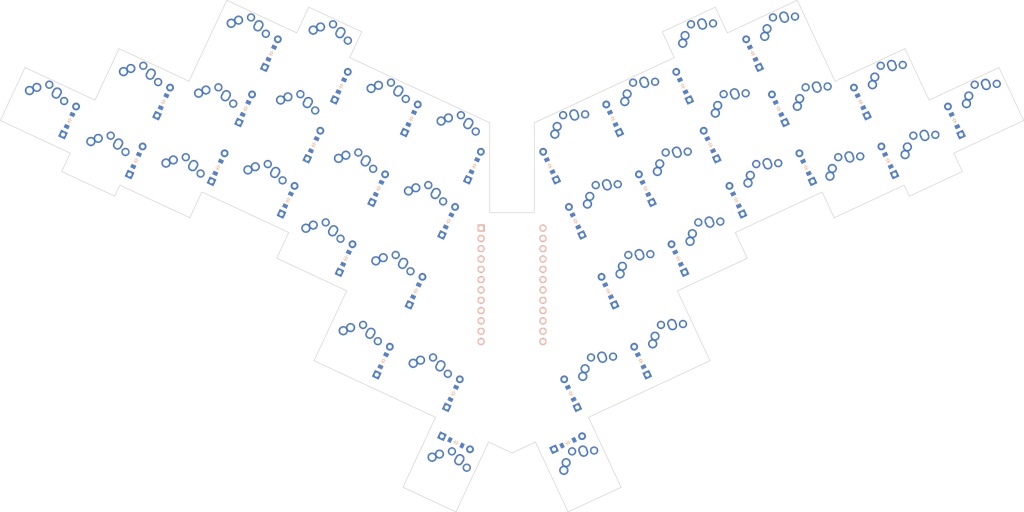
<source format=kicad_pcb>
(kicad_pcb (version 20171130) (host pcbnew 5.1.6)
  (title_block (title KEYBOARD_NAME_HERE) (rev VERSION_HERE) (company YOUR_NAME_HERE))
  (layers (0 F.Cu signal) (31 B.Cu signal) (34 B.Paste user) (35 F.Paste user) (36 B.SilkS user) (37 F.SilkS user) (38 B.Mask user) (39 F.Mask user) (44 Edge.Cuts user))
  (net 0 "")
  (net 1 "pinky_bottom")
  (net 2 "P4")
  (net 3 "P16")
  (net 4 "pinky_home")
  (net 5 "P15")
  (net 6 "pinky_top")
  (net 7 "P20")
  (net 8 "ring_bottom")
  (net 9 "P5")
  (net 10 "ring_home")
  (net 11 "ring_top")
  (net 12 "middle_bottom")
  (net 13 "P7")
  (net 14 "middle_home")
  (net 15 "middle_top")
  (net 16 "index_bottom")
  (net 17 "P8")
  (net 18 "index_home")
  (net 19 "index_top")
  (net 20 "inner_bottom")
  (net 21 "P1")
  (net 22 "inner_home")
  (net 23 "inner_top")
  (net 24 "near_thumb")
  (net 25 "P10")
  (net 26 "home_thumb")
  (net 27 "far_thumb")
  (net 28 "mirror_pinky_bottom")
  (net 29 "P9")
  (net 30 "mirror_pinky_home")
  (net 31 "P6")
  (net 32 "mirror_pinky_top")
  (net 33 "P2")
  (net 34 "mirror_ring_bottom")
  (net 35 "mirror_ring_home")
  (net 36 "mirror_ring_top")
  (net 37 "mirror_middle_bottom")
  (net 38 "mirror_middle_home")
  (net 39 "mirror_middle_top")
  (net 40 "mirror_index_bottom")
  (net 41 "mirror_index_home")
  (net 42 "mirror_index_top")
  (net 43 "mirror_inner_bottom")
  (net 44 "mirror_inner_home")
  (net 45 "mirror_inner_top")
  (net 46 "mirror_near_thumb")
  (net 47 "P19")
  (net 48 "mirror_home_thumb")
  (net 49 "mirror_far_thumb")
  (net 50 "RAW")
  (net 51 "GND")
  (net 52 "RST")
  (net 53 "VCC")
  (net 54 "P21")
  (net 55 "P18")
  (net 56 "P14")
  (net 57 "P0")
  (net 58 "P3")
  (module MX (layer F.Cu) (at -7.0770097 -29.7811339 -25)
    (fp_text reference "S1" hide)
    (fp_text value "" hide)
    (pad 1 thru_hole circle (at 2.54 -5.08) (size 2.286 2.286) (drill 1.4986) (layers *.Cu *.Mask) (net 1 "pinky_bottom"))
    (pad 2 thru_hole circle (at -3.81 -2.54) (size 2.286 2.286) (drill 1.4986) (layers *.Cu *.Mask) (net 2 "P4"))
    (pad "" np_thru_hole circle (at 0 0) (size 3.9878 3.9878) (drill 3.9878) (layers *.Cu *.Mask))
    (pad "" np_thru_hole circle (at 5.08 0) (size 1.7018 1.7018) (drill 1.7018) (layers *.Cu *.Mask))
    (pad "" np_thru_hole circle (at -5.08 0) (size 1.7018 1.7018) (drill 1.7018) (layers *.Cu *.Mask))
  )
  (module ALPS (layer F.Cu) (at -7.0770097 -29.7811339 -25)
    (fp_text reference "S2" hide)
    (fp_text value "" hide)
    (pad 1 thru_hole circle (at 2.5 -4.5) (size 2.25 2.25) (drill 1.47) (layers *.Cu *.Mask) (net 1 "pinky_bottom"))
    (pad 2 thru_hole circle (at -2.5 -4) (size 2.25 2.25) (drill 1.47) (layers *.Cu *.Mask) (net 2 "P4"))
  )
  (module PG1350 (layer F.Cu) (at -7.0770097 -29.7811339 -25)
    (fp_text reference "S3" hide)
    (fp_text value "" hide)
    (pad 1 thru_hole circle (at 5 -3.8) (size 2.032 2.032) (drill 1.27) (layers *.Cu *.Mask) (net 1 "pinky_bottom"))
    (pad 2 thru_hole circle (at 0 -5.9) (size 2.032 2.032) (drill 1.27) (layers *.Cu *.Mask) (net 2 "P4"))
    (pad "" np_thru_hole circle (at 0 0) (size 3.429 3.429) (drill 3.429) (layers *.Cu *.Mask))
    (pad "" np_thru_hole circle (at 5.5 0) (size 1.7018 1.7018) (drill 1.7018) (layers *.Cu *.Mask))
    (pad "" np_thru_hole circle (at -5.5 0) (size 1.7018 1.7018) (drill 1.7018) (layers *.Cu *.Mask))
  )
  (module ComboDiode (layer F.Cu) (at 0.4000295000000005 -26.2945332 65)
    (fp_text reference "D1" hide)
    (fp_text value "" hide)
    (pad 1 smd rect (at -1.65 0 65) (size 0.9 1.2) (layers F.Cu F.Paste F.Mask) (net 3 "P16"))
    (pad 2 smd rect (at 1.65 0 65) (size 0.9 1.2) (layers B.Cu B.Paste B.Mask) (net 1 "pinky_bottom"))
    (pad 1 smd rect (at -1.65 0 65) (size 0.9 1.2) (layers B.Cu B.Paste B.Mask) (net 3 "P16"))
    (pad 2 smd rect (at 1.65 0 65) (size 0.9 1.2) (layers F.Cu F.Paste F.Mask) (net 1 "pinky_bottom"))
    (pad 1 thru_hole circle (at 3.81 0 65) (size 1.905 1.905) (drill 0.9906) (layers *.Cu *.Mask) (net 1 "pinky_bottom"))
    (pad 2 thru_hole rect (at -3.81 0 65) (size 1.778 1.778) (drill 0.9906) (layers *.Cu *.Mask) (net 3 "P16"))
  )
  (module MX (layer F.Cu) (at 8.029747 -17.219848 -25)
    (fp_text reference "S4" hide)
    (fp_text value "" hide)
    (pad 1 thru_hole circle (at 2.54 -5.08) (size 2.286 2.286) (drill 1.4986) (layers *.Cu *.Mask) (net 4 "pinky_home"))
    (pad 2 thru_hole circle (at -3.81 -2.54) (size 2.286 2.286) (drill 1.4986) (layers *.Cu *.Mask) (net 2 "P4"))
    (pad "" np_thru_hole circle (at 0 0) (size 3.9878 3.9878) (drill 3.9878) (layers *.Cu *.Mask))
    (pad "" np_thru_hole circle (at 5.08 0) (size 1.7018 1.7018) (drill 1.7018) (layers *.Cu *.Mask))
    (pad "" np_thru_hole circle (at -5.08 0) (size 1.7018 1.7018) (drill 1.7018) (layers *.Cu *.Mask))
  )
  (module ALPS (layer F.Cu) (at 8.029747 -17.219848 -25)
    (fp_text reference "S5" hide)
    (fp_text value "" hide)
    (pad 1 thru_hole circle (at 2.5 -4.5) (size 2.25 2.25) (drill 1.47) (layers *.Cu *.Mask) (net 4 "pinky_home"))
    (pad 2 thru_hole circle (at -2.5 -4) (size 2.25 2.25) (drill 1.47) (layers *.Cu *.Mask) (net 2 "P4"))
  )
  (module PG1350 (layer F.Cu) (at 8.029747 -17.219848 -25)
    (fp_text reference "S6" hide)
    (fp_text value "" hide)
    (pad 1 thru_hole circle (at 5 -3.8) (size 2.032 2.032) (drill 1.27) (layers *.Cu *.Mask) (net 4 "pinky_home"))
    (pad 2 thru_hole circle (at 0 -5.9) (size 2.032 2.032) (drill 1.27) (layers *.Cu *.Mask) (net 2 "P4"))
    (pad "" np_thru_hole circle (at 0 0) (size 3.429 3.429) (drill 3.429) (layers *.Cu *.Mask))
    (pad "" np_thru_hole circle (at 5.5 0) (size 1.7018 1.7018) (drill 1.7018) (layers *.Cu *.Mask))
    (pad "" np_thru_hole circle (at -5.5 0) (size 1.7018 1.7018) (drill 1.7018) (layers *.Cu *.Mask))
  )
  (module ComboDiode (layer F.Cu) (at 16.774641000000003 -16.4521707 65)
    (fp_text reference "D2" hide)
    (fp_text value "" hide)
    (pad 1 smd rect (at -1.65 0 65) (size 0.9 1.2) (layers F.Cu F.Paste F.Mask) (net 5 "P15"))
    (pad 2 smd rect (at 1.65 0 65) (size 0.9 1.2) (layers B.Cu B.Paste B.Mask) (net 4 "pinky_home"))
    (pad 1 smd rect (at -1.65 0 65) (size 0.9 1.2) (layers B.Cu B.Paste B.Mask) (net 5 "P15"))
    (pad 2 smd rect (at 1.65 0 65) (size 0.9 1.2) (layers F.Cu F.Paste F.Mask) (net 4 "pinky_home"))
    (pad 1 thru_hole circle (at 3.81 0 65) (size 1.905 1.905) (drill 0.9906) (layers *.Cu *.Mask) (net 4 "pinky_home"))
    (pad 2 thru_hole rect (at -3.81 0 65) (size 1.778 1.778) (drill 0.9906) (layers *.Cu *.Mask) (net 5 "P15"))
  )
  (module MX (layer F.Cu) (at 16.0594939 -34.4396959 -25)
    (fp_text reference "S7" hide)
    (fp_text value "" hide)
    (pad 1 thru_hole circle (at 2.54 -5.08) (size 2.286 2.286) (drill 1.4986) (layers *.Cu *.Mask) (net 6 "pinky_top"))
    (pad 2 thru_hole circle (at -3.81 -2.54) (size 2.286 2.286) (drill 1.4986) (layers *.Cu *.Mask) (net 2 "P4"))
    (pad "" np_thru_hole circle (at 0 0) (size 3.9878 3.9878) (drill 3.9878) (layers *.Cu *.Mask))
    (pad "" np_thru_hole circle (at 5.08 0) (size 1.7018 1.7018) (drill 1.7018) (layers *.Cu *.Mask))
    (pad "" np_thru_hole circle (at -5.08 0) (size 1.7018 1.7018) (drill 1.7018) (layers *.Cu *.Mask))
  )
  (module ALPS (layer F.Cu) (at 16.0594939 -34.4396959 -25)
    (fp_text reference "S8" hide)
    (fp_text value "" hide)
    (pad 1 thru_hole circle (at 2.5 -4.5) (size 2.25 2.25) (drill 1.47) (layers *.Cu *.Mask) (net 6 "pinky_top"))
    (pad 2 thru_hole circle (at -2.5 -4) (size 2.25 2.25) (drill 1.47) (layers *.Cu *.Mask) (net 2 "P4"))
  )
  (module PG1350 (layer F.Cu) (at 16.0594939 -34.4396959 -25)
    (fp_text reference "S9" hide)
    (fp_text value "" hide)
    (pad 1 thru_hole circle (at 5 -3.8) (size 2.032 2.032) (drill 1.27) (layers *.Cu *.Mask) (net 6 "pinky_top"))
    (pad 2 thru_hole circle (at 0 -5.9) (size 2.032 2.032) (drill 1.27) (layers *.Cu *.Mask) (net 2 "P4"))
    (pad "" np_thru_hole circle (at 0 0) (size 3.429 3.429) (drill 3.429) (layers *.Cu *.Mask))
    (pad "" np_thru_hole circle (at 5.5 0) (size 1.7018 1.7018) (drill 1.7018) (layers *.Cu *.Mask))
    (pad "" np_thru_hole circle (at -5.5 0) (size 1.7018 1.7018) (drill 1.7018) (layers *.Cu *.Mask))
  )
  (module ComboDiode (layer F.Cu) (at 23.5365331 -30.953095199999996 65)
    (fp_text reference "D3" hide)
    (fp_text value "" hide)
    (pad 1 smd rect (at -1.65 0 65) (size 0.9 1.2) (layers F.Cu F.Paste F.Mask) (net 7 "P20"))
    (pad 2 smd rect (at 1.65 0 65) (size 0.9 1.2) (layers B.Cu B.Paste B.Mask) (net 6 "pinky_top"))
    (pad 1 smd rect (at -1.65 0 65) (size 0.9 1.2) (layers B.Cu B.Paste B.Mask) (net 7 "P20"))
    (pad 2 smd rect (at 1.65 0 65) (size 0.9 1.2) (layers F.Cu F.Paste F.Mask) (net 6 "pinky_top"))
    (pad 1 thru_hole circle (at 3.81 0 65) (size 1.905 1.905) (drill 0.9906) (layers *.Cu *.Mask) (net 6 "pinky_top"))
    (pad 2 thru_hole rect (at -3.81 0 65) (size 1.778 1.778) (drill 0.9906) (layers *.Cu *.Mask) (net 7 "P20"))
  )
  (module MX (layer F.Cu) (at 26.5174497 -11.9090243 -25)
    (fp_text reference "S10" hide)
    (fp_text value "" hide)
    (pad 1 thru_hole circle (at 2.54 -5.08) (size 2.286 2.286) (drill 1.4986) (layers *.Cu *.Mask) (net 8 "ring_bottom"))
    (pad 2 thru_hole circle (at -3.81 -2.54) (size 2.286 2.286) (drill 1.4986) (layers *.Cu *.Mask) (net 9 "P5"))
    (pad "" np_thru_hole circle (at 0 0) (size 3.9878 3.9878) (drill 3.9878) (layers *.Cu *.Mask))
    (pad "" np_thru_hole circle (at 5.08 0) (size 1.7018 1.7018) (drill 1.7018) (layers *.Cu *.Mask))
    (pad "" np_thru_hole circle (at -5.08 0) (size 1.7018 1.7018) (drill 1.7018) (layers *.Cu *.Mask))
  )
  (module ALPS (layer F.Cu) (at 26.5174497 -11.9090243 -25)
    (fp_text reference "S11" hide)
    (fp_text value "" hide)
    (pad 1 thru_hole circle (at 2.5 -4.5) (size 2.25 2.25) (drill 1.47) (layers *.Cu *.Mask) (net 8 "ring_bottom"))
    (pad 2 thru_hole circle (at -2.5 -4) (size 2.25 2.25) (drill 1.47) (layers *.Cu *.Mask) (net 9 "P5"))
  )
  (module PG1350 (layer F.Cu) (at 26.5174497 -11.9090243 -25)
    (fp_text reference "S12" hide)
    (fp_text value "" hide)
    (pad 1 thru_hole circle (at 5 -3.8) (size 2.032 2.032) (drill 1.27) (layers *.Cu *.Mask) (net 8 "ring_bottom"))
    (pad 2 thru_hole circle (at 0 -5.9) (size 2.032 2.032) (drill 1.27) (layers *.Cu *.Mask) (net 9 "P5"))
    (pad "" np_thru_hole circle (at 0 0) (size 3.429 3.429) (drill 3.429) (layers *.Cu *.Mask))
    (pad "" np_thru_hole circle (at 5.5 0) (size 1.7018 1.7018) (drill 1.7018) (layers *.Cu *.Mask))
    (pad "" np_thru_hole circle (at -5.5 0) (size 1.7018 1.7018) (drill 1.7018) (layers *.Cu *.Mask))
  )
  (module ComboDiode (layer F.Cu) (at 36.9528168 -14.7665781 65)
    (fp_text reference "D4" hide)
    (fp_text value "" hide)
    (pad 1 smd rect (at -1.65 0 65) (size 0.9 1.2) (layers F.Cu F.Paste F.Mask) (net 3 "P16"))
    (pad 2 smd rect (at 1.65 0 65) (size 0.9 1.2) (layers B.Cu B.Paste B.Mask) (net 8 "ring_bottom"))
    (pad 1 smd rect (at -1.65 0 65) (size 0.9 1.2) (layers B.Cu B.Paste B.Mask) (net 3 "P16"))
    (pad 2 smd rect (at 1.65 0 65) (size 0.9 1.2) (layers F.Cu F.Paste F.Mask) (net 8 "ring_bottom"))
    (pad 1 thru_hole circle (at 3.81 0 65) (size 1.905 1.905) (drill 0.9906) (layers *.Cu *.Mask) (net 8 "ring_bottom"))
    (pad 2 thru_hole rect (at -3.81 0 65) (size 1.778 1.778) (drill 0.9906) (layers *.Cu *.Mask) (net 3 "P16"))
  )
  (module MX (layer F.Cu) (at 34.5471967 -29.1288723 -25)
    (fp_text reference "S13" hide)
    (fp_text value "" hide)
    (pad 1 thru_hole circle (at 2.54 -5.08) (size 2.286 2.286) (drill 1.4986) (layers *.Cu *.Mask) (net 10 "ring_home"))
    (pad 2 thru_hole circle (at -3.81 -2.54) (size 2.286 2.286) (drill 1.4986) (layers *.Cu *.Mask) (net 9 "P5"))
    (pad "" np_thru_hole circle (at 0 0) (size 3.9878 3.9878) (drill 3.9878) (layers *.Cu *.Mask))
    (pad "" np_thru_hole circle (at 5.08 0) (size 1.7018 1.7018) (drill 1.7018) (layers *.Cu *.Mask))
    (pad "" np_thru_hole circle (at -5.08 0) (size 1.7018 1.7018) (drill 1.7018) (layers *.Cu *.Mask))
  )
  (module ALPS (layer F.Cu) (at 34.5471967 -29.1288723 -25)
    (fp_text reference "S14" hide)
    (fp_text value "" hide)
    (pad 1 thru_hole circle (at 2.5 -4.5) (size 2.25 2.25) (drill 1.47) (layers *.Cu *.Mask) (net 10 "ring_home"))
    (pad 2 thru_hole circle (at -2.5 -4) (size 2.25 2.25) (drill 1.47) (layers *.Cu *.Mask) (net 9 "P5"))
  )
  (module PG1350 (layer F.Cu) (at 34.5471967 -29.1288723 -25)
    (fp_text reference "S15" hide)
    (fp_text value "" hide)
    (pad 1 thru_hole circle (at 5 -3.8) (size 2.032 2.032) (drill 1.27) (layers *.Cu *.Mask) (net 10 "ring_home"))
    (pad 2 thru_hole circle (at 0 -5.9) (size 2.032 2.032) (drill 1.27) (layers *.Cu *.Mask) (net 9 "P5"))
    (pad "" np_thru_hole circle (at 0 0) (size 3.429 3.429) (drill 3.429) (layers *.Cu *.Mask))
    (pad "" np_thru_hole circle (at 5.5 0) (size 1.7018 1.7018) (drill 1.7018) (layers *.Cu *.Mask))
    (pad "" np_thru_hole circle (at -5.5 0) (size 1.7018 1.7018) (drill 1.7018) (layers *.Cu *.Mask))
  )
  (module ComboDiode (layer F.Cu) (at 43.714709 -29.267502800000003 65)
    (fp_text reference "D5" hide)
    (fp_text value "" hide)
    (pad 1 smd rect (at -1.65 0 65) (size 0.9 1.2) (layers F.Cu F.Paste F.Mask) (net 5 "P15"))
    (pad 2 smd rect (at 1.65 0 65) (size 0.9 1.2) (layers B.Cu B.Paste B.Mask) (net 10 "ring_home"))
    (pad 1 smd rect (at -1.65 0 65) (size 0.9 1.2) (layers B.Cu B.Paste B.Mask) (net 5 "P15"))
    (pad 2 smd rect (at 1.65 0 65) (size 0.9 1.2) (layers F.Cu F.Paste F.Mask) (net 10 "ring_home"))
    (pad 1 thru_hole circle (at 3.81 0 65) (size 1.905 1.905) (drill 0.9906) (layers *.Cu *.Mask) (net 10 "ring_home"))
    (pad 2 thru_hole rect (at -3.81 0 65) (size 1.778 1.778) (drill 0.9906) (layers *.Cu *.Mask) (net 5 "P15"))
  )
  (module MX (layer F.Cu) (at 42.5769437 -46.3487202 -25)
    (fp_text reference "S16" hide)
    (fp_text value "" hide)
    (pad 1 thru_hole circle (at 2.54 -5.08) (size 2.286 2.286) (drill 1.4986) (layers *.Cu *.Mask) (net 11 "ring_top"))
    (pad 2 thru_hole circle (at -3.81 -2.54) (size 2.286 2.286) (drill 1.4986) (layers *.Cu *.Mask) (net 9 "P5"))
    (pad "" np_thru_hole circle (at 0 0) (size 3.9878 3.9878) (drill 3.9878) (layers *.Cu *.Mask))
    (pad "" np_thru_hole circle (at 5.08 0) (size 1.7018 1.7018) (drill 1.7018) (layers *.Cu *.Mask))
    (pad "" np_thru_hole circle (at -5.08 0) (size 1.7018 1.7018) (drill 1.7018) (layers *.Cu *.Mask))
  )
  (module ALPS (layer F.Cu) (at 42.5769437 -46.3487202 -25)
    (fp_text reference "S17" hide)
    (fp_text value "" hide)
    (pad 1 thru_hole circle (at 2.5 -4.5) (size 2.25 2.25) (drill 1.47) (layers *.Cu *.Mask) (net 11 "ring_top"))
    (pad 2 thru_hole circle (at -2.5 -4) (size 2.25 2.25) (drill 1.47) (layers *.Cu *.Mask) (net 9 "P5"))
  )
  (module PG1350 (layer F.Cu) (at 42.5769437 -46.3487202 -25)
    (fp_text reference "S18" hide)
    (fp_text value "" hide)
    (pad 1 thru_hole circle (at 5 -3.8) (size 2.032 2.032) (drill 1.27) (layers *.Cu *.Mask) (net 11 "ring_top"))
    (pad 2 thru_hole circle (at 0 -5.9) (size 2.032 2.032) (drill 1.27) (layers *.Cu *.Mask) (net 9 "P5"))
    (pad "" np_thru_hole circle (at 0 0) (size 3.429 3.429) (drill 3.429) (layers *.Cu *.Mask))
    (pad "" np_thru_hole circle (at 5.5 0) (size 1.7018 1.7018) (drill 1.7018) (layers *.Cu *.Mask))
    (pad "" np_thru_hole circle (at -5.5 0) (size 1.7018 1.7018) (drill 1.7018) (layers *.Cu *.Mask))
  )
  (module ComboDiode (layer F.Cu) (at 50.0539829 -42.862119500000006 65)
    (fp_text reference "D6" hide)
    (fp_text value "" hide)
    (pad 1 smd rect (at -1.65 0 65) (size 0.9 1.2) (layers F.Cu F.Paste F.Mask) (net 7 "P20"))
    (pad 2 smd rect (at 1.65 0 65) (size 0.9 1.2) (layers B.Cu B.Paste B.Mask) (net 11 "ring_top"))
    (pad 1 smd rect (at -1.65 0 65) (size 0.9 1.2) (layers B.Cu B.Paste B.Mask) (net 7 "P20"))
    (pad 2 smd rect (at 1.65 0 65) (size 0.9 1.2) (layers F.Cu F.Paste F.Mask) (net 11 "ring_top"))
    (pad 1 thru_hole circle (at 3.81 0 65) (size 1.905 1.905) (drill 0.9906) (layers *.Cu *.Mask) (net 11 "ring_top"))
    (pad 2 thru_hole rect (at -3.81 0 65) (size 1.778 1.778) (drill 0.9906) (layers *.Cu *.Mask) (net 7 "P20"))
  )
  (module MX (layer F.Cu) (at 46.6956255 -10.2234319 -25)
    (fp_text reference "S19" hide)
    (fp_text value "" hide)
    (pad 1 thru_hole circle (at 2.54 -5.08) (size 2.286 2.286) (drill 1.4986) (layers *.Cu *.Mask) (net 12 "middle_bottom"))
    (pad 2 thru_hole circle (at -3.81 -2.54) (size 2.286 2.286) (drill 1.4986) (layers *.Cu *.Mask) (net 13 "P7"))
    (pad "" np_thru_hole circle (at 0 0) (size 3.9878 3.9878) (drill 3.9878) (layers *.Cu *.Mask))
    (pad "" np_thru_hole circle (at 5.08 0) (size 1.7018 1.7018) (drill 1.7018) (layers *.Cu *.Mask))
    (pad "" np_thru_hole circle (at -5.08 0) (size 1.7018 1.7018) (drill 1.7018) (layers *.Cu *.Mask))
  )
  (module ALPS (layer F.Cu) (at 46.6956255 -10.2234319 -25)
    (fp_text reference "S20" hide)
    (fp_text value "" hide)
    (pad 1 thru_hole circle (at 2.5 -4.5) (size 2.25 2.25) (drill 1.47) (layers *.Cu *.Mask) (net 12 "middle_bottom"))
    (pad 2 thru_hole circle (at -2.5 -4) (size 2.25 2.25) (drill 1.47) (layers *.Cu *.Mask) (net 13 "P7"))
  )
  (module PG1350 (layer F.Cu) (at 46.6956255 -10.2234319 -25)
    (fp_text reference "S21" hide)
    (fp_text value "" hide)
    (pad 1 thru_hole circle (at 5 -3.8) (size 2.032 2.032) (drill 1.27) (layers *.Cu *.Mask) (net 12 "middle_bottom"))
    (pad 2 thru_hole circle (at 0 -5.9) (size 2.032 2.032) (drill 1.27) (layers *.Cu *.Mask) (net 13 "P7"))
    (pad "" np_thru_hole circle (at 0 0) (size 3.429 3.429) (drill 3.429) (layers *.Cu *.Mask))
    (pad "" np_thru_hole circle (at 5.5 0) (size 1.7018 1.7018) (drill 1.7018) (layers *.Cu *.Mask))
    (pad "" np_thru_hole circle (at -5.5 0) (size 1.7018 1.7018) (drill 1.7018) (layers *.Cu *.Mask))
  )
  (module ComboDiode (layer F.Cu) (at 54.1726647 -6.736831199999999 65)
    (fp_text reference "D7" hide)
    (fp_text value "" hide)
    (pad 1 smd rect (at -1.65 0 65) (size 0.9 1.2) (layers F.Cu F.Paste F.Mask) (net 3 "P16"))
    (pad 2 smd rect (at 1.65 0 65) (size 0.9 1.2) (layers B.Cu B.Paste B.Mask) (net 12 "middle_bottom"))
    (pad 1 smd rect (at -1.65 0 65) (size 0.9 1.2) (layers B.Cu B.Paste B.Mask) (net 3 "P16"))
    (pad 2 smd rect (at 1.65 0 65) (size 0.9 1.2) (layers F.Cu F.Paste F.Mask) (net 12 "middle_bottom"))
    (pad 1 thru_hole circle (at 3.81 0 65) (size 1.905 1.905) (drill 0.9906) (layers *.Cu *.Mask) (net 12 "middle_bottom"))
    (pad 2 thru_hole rect (at -3.81 0 65) (size 1.778 1.778) (drill 0.9906) (layers *.Cu *.Mask) (net 3 "P16"))
  )
  (module MX (layer F.Cu) (at 54.7253725 -27.4432798 -25)
    (fp_text reference "S22" hide)
    (fp_text value "" hide)
    (pad 1 thru_hole circle (at 2.54 -5.08) (size 2.286 2.286) (drill 1.4986) (layers *.Cu *.Mask) (net 14 "middle_home"))
    (pad 2 thru_hole circle (at -3.81 -2.54) (size 2.286 2.286) (drill 1.4986) (layers *.Cu *.Mask) (net 13 "P7"))
    (pad "" np_thru_hole circle (at 0 0) (size 3.9878 3.9878) (drill 3.9878) (layers *.Cu *.Mask))
    (pad "" np_thru_hole circle (at 5.08 0) (size 1.7018 1.7018) (drill 1.7018) (layers *.Cu *.Mask))
    (pad "" np_thru_hole circle (at -5.08 0) (size 1.7018 1.7018) (drill 1.7018) (layers *.Cu *.Mask))
  )
  (module ALPS (layer F.Cu) (at 54.7253725 -27.4432798 -25)
    (fp_text reference "S23" hide)
    (fp_text value "" hide)
    (pad 1 thru_hole circle (at 2.5 -4.5) (size 2.25 2.25) (drill 1.47) (layers *.Cu *.Mask) (net 14 "middle_home"))
    (pad 2 thru_hole circle (at -2.5 -4) (size 2.25 2.25) (drill 1.47) (layers *.Cu *.Mask) (net 13 "P7"))
  )
  (module PG1350 (layer F.Cu) (at 54.7253725 -27.4432798 -25)
    (fp_text reference "S24" hide)
    (fp_text value "" hide)
    (pad 1 thru_hole circle (at 5 -3.8) (size 2.032 2.032) (drill 1.27) (layers *.Cu *.Mask) (net 14 "middle_home"))
    (pad 2 thru_hole circle (at 0 -5.9) (size 2.032 2.032) (drill 1.27) (layers *.Cu *.Mask) (net 13 "P7"))
    (pad "" np_thru_hole circle (at 0 0) (size 3.429 3.429) (drill 3.429) (layers *.Cu *.Mask))
    (pad "" np_thru_hole circle (at 5.5 0) (size 1.7018 1.7018) (drill 1.7018) (layers *.Cu *.Mask))
    (pad "" np_thru_hole circle (at -5.5 0) (size 1.7018 1.7018) (drill 1.7018) (layers *.Cu *.Mask))
  )
  (module ComboDiode (layer F.Cu) (at 60.5119387 -20.331447999999998 65)
    (fp_text reference "D8" hide)
    (fp_text value "" hide)
    (pad 1 smd rect (at -1.65 0 65) (size 0.9 1.2) (layers F.Cu F.Paste F.Mask) (net 5 "P15"))
    (pad 2 smd rect (at 1.65 0 65) (size 0.9 1.2) (layers B.Cu B.Paste B.Mask) (net 14 "middle_home"))
    (pad 1 smd rect (at -1.65 0 65) (size 0.9 1.2) (layers B.Cu B.Paste B.Mask) (net 5 "P15"))
    (pad 2 smd rect (at 1.65 0 65) (size 0.9 1.2) (layers F.Cu F.Paste F.Mask) (net 14 "middle_home"))
    (pad 1 thru_hole circle (at 3.81 0 65) (size 1.905 1.905) (drill 0.9906) (layers *.Cu *.Mask) (net 14 "middle_home"))
    (pad 2 thru_hole rect (at -3.81 0 65) (size 1.778 1.778) (drill 0.9906) (layers *.Cu *.Mask) (net 5 "P15"))
  )
  (module MX (layer F.Cu) (at 62.7551194 -44.6631278 -25)
    (fp_text reference "S25" hide)
    (fp_text value "" hide)
    (pad 1 thru_hole circle (at 2.54 -5.08) (size 2.286 2.286) (drill 1.4986) (layers *.Cu *.Mask) (net 15 "middle_top"))
    (pad 2 thru_hole circle (at -3.81 -2.54) (size 2.286 2.286) (drill 1.4986) (layers *.Cu *.Mask) (net 13 "P7"))
    (pad "" np_thru_hole circle (at 0 0) (size 3.9878 3.9878) (drill 3.9878) (layers *.Cu *.Mask))
    (pad "" np_thru_hole circle (at 5.08 0) (size 1.7018 1.7018) (drill 1.7018) (layers *.Cu *.Mask))
    (pad "" np_thru_hole circle (at -5.08 0) (size 1.7018 1.7018) (drill 1.7018) (layers *.Cu *.Mask))
  )
  (module ALPS (layer F.Cu) (at 62.7551194 -44.6631278 -25)
    (fp_text reference "S26" hide)
    (fp_text value "" hide)
    (pad 1 thru_hole circle (at 2.5 -4.5) (size 2.25 2.25) (drill 1.47) (layers *.Cu *.Mask) (net 15 "middle_top"))
    (pad 2 thru_hole circle (at -2.5 -4) (size 2.25 2.25) (drill 1.47) (layers *.Cu *.Mask) (net 13 "P7"))
  )
  (module PG1350 (layer F.Cu) (at 62.7551194 -44.6631278 -25)
    (fp_text reference "S27" hide)
    (fp_text value "" hide)
    (pad 1 thru_hole circle (at 5 -3.8) (size 2.032 2.032) (drill 1.27) (layers *.Cu *.Mask) (net 15 "middle_top"))
    (pad 2 thru_hole circle (at 0 -5.9) (size 2.032 2.032) (drill 1.27) (layers *.Cu *.Mask) (net 13 "P7"))
    (pad "" np_thru_hole circle (at 0 0) (size 3.429 3.429) (drill 3.429) (layers *.Cu *.Mask))
    (pad "" np_thru_hole circle (at 5.5 0) (size 1.7018 1.7018) (drill 1.7018) (layers *.Cu *.Mask))
    (pad "" np_thru_hole circle (at -5.5 0) (size 1.7018 1.7018) (drill 1.7018) (layers *.Cu *.Mask))
  )
  (module ComboDiode (layer F.Cu) (at 67.2738308 -34.8323726 65)
    (fp_text reference "D9" hide)
    (fp_text value "" hide)
    (pad 1 smd rect (at -1.65 0 65) (size 0.9 1.2) (layers F.Cu F.Paste F.Mask) (net 7 "P20"))
    (pad 2 smd rect (at 1.65 0 65) (size 0.9 1.2) (layers B.Cu B.Paste B.Mask) (net 15 "middle_top"))
    (pad 1 smd rect (at -1.65 0 65) (size 0.9 1.2) (layers B.Cu B.Paste B.Mask) (net 7 "P20"))
    (pad 2 smd rect (at 1.65 0 65) (size 0.9 1.2) (layers F.Cu F.Paste F.Mask) (net 15 "middle_top"))
    (pad 1 thru_hole circle (at 3.81 0 65) (size 1.905 1.905) (drill 0.9906) (layers *.Cu *.Mask) (net 15 "middle_top"))
    (pad 2 thru_hole rect (at -3.81 0 65) (size 1.778 1.778) (drill 0.9906) (layers *.Cu *.Mask) (net 7 "P20"))
  )
  (module MX (layer F.Cu) (at 60.9571456 4.1504696 -25)
    (fp_text reference "S28" hide)
    (fp_text value "" hide)
    (pad 1 thru_hole circle (at 2.54 -5.08) (size 2.286 2.286) (drill 1.4986) (layers *.Cu *.Mask) (net 16 "index_bottom"))
    (pad 2 thru_hole circle (at -3.81 -2.54) (size 2.286 2.286) (drill 1.4986) (layers *.Cu *.Mask) (net 17 "P8"))
    (pad "" np_thru_hole circle (at 0 0) (size 3.9878 3.9878) (drill 3.9878) (layers *.Cu *.Mask))
    (pad "" np_thru_hole circle (at 5.08 0) (size 1.7018 1.7018) (drill 1.7018) (layers *.Cu *.Mask))
    (pad "" np_thru_hole circle (at -5.08 0) (size 1.7018 1.7018) (drill 1.7018) (layers *.Cu *.Mask))
  )
  (module ALPS (layer F.Cu) (at 60.9571456 4.1504696 -25)
    (fp_text reference "S29" hide)
    (fp_text value "" hide)
    (pad 1 thru_hole circle (at 2.5 -4.5) (size 2.25 2.25) (drill 1.47) (layers *.Cu *.Mask) (net 16 "index_bottom"))
    (pad 2 thru_hole circle (at -2.5 -4) (size 2.25 2.25) (drill 1.47) (layers *.Cu *.Mask) (net 17 "P8"))
  )
  (module PG1350 (layer F.Cu) (at 60.9571456 4.1504696 -25)
    (fp_text reference "S30" hide)
    (fp_text value "" hide)
    (pad 1 thru_hole circle (at 5 -3.8) (size 2.032 2.032) (drill 1.27) (layers *.Cu *.Mask) (net 16 "index_bottom"))
    (pad 2 thru_hole circle (at 0 -5.9) (size 2.032 2.032) (drill 1.27) (layers *.Cu *.Mask) (net 17 "P8"))
    (pad "" np_thru_hole circle (at 0 0) (size 3.429 3.429) (drill 3.429) (layers *.Cu *.Mask))
    (pad "" np_thru_hole circle (at 5.5 0) (size 1.7018 1.7018) (drill 1.7018) (layers *.Cu *.Mask))
    (pad "" np_thru_hole circle (at -5.5 0) (size 1.7018 1.7018) (drill 1.7018) (layers *.Cu *.Mask))
  )
  (module ComboDiode (layer F.Cu) (at 68.4341848 7.6370702999999995 65)
    (fp_text reference "D10" hide)
    (fp_text value "" hide)
    (pad 1 smd rect (at -1.65 0 65) (size 0.9 1.2) (layers F.Cu F.Paste F.Mask) (net 3 "P16"))
    (pad 2 smd rect (at 1.65 0 65) (size 0.9 1.2) (layers B.Cu B.Paste B.Mask) (net 16 "index_bottom"))
    (pad 1 smd rect (at -1.65 0 65) (size 0.9 1.2) (layers B.Cu B.Paste B.Mask) (net 3 "P16"))
    (pad 2 smd rect (at 1.65 0 65) (size 0.9 1.2) (layers F.Cu F.Paste F.Mask) (net 16 "index_bottom"))
    (pad 1 thru_hole circle (at 3.81 0 65) (size 1.905 1.905) (drill 0.9906) (layers *.Cu *.Mask) (net 16 "index_bottom"))
    (pad 2 thru_hole rect (at -3.81 0 65) (size 1.778 1.778) (drill 0.9906) (layers *.Cu *.Mask) (net 3 "P16"))
  )
  (module MX (layer F.Cu) (at 68.9868926 -13.0693783 -25)
    (fp_text reference "S31" hide)
    (fp_text value "" hide)
    (pad 1 thru_hole circle (at 2.54 -5.08) (size 2.286 2.286) (drill 1.4986) (layers *.Cu *.Mask) (net 18 "index_home"))
    (pad 2 thru_hole circle (at -3.81 -2.54) (size 2.286 2.286) (drill 1.4986) (layers *.Cu *.Mask) (net 17 "P8"))
    (pad "" np_thru_hole circle (at 0 0) (size 3.9878 3.9878) (drill 3.9878) (layers *.Cu *.Mask))
    (pad "" np_thru_hole circle (at 5.08 0) (size 1.7018 1.7018) (drill 1.7018) (layers *.Cu *.Mask))
    (pad "" np_thru_hole circle (at -5.08 0) (size 1.7018 1.7018) (drill 1.7018) (layers *.Cu *.Mask))
  )
  (module ALPS (layer F.Cu) (at 68.9868926 -13.0693783 -25)
    (fp_text reference "S32" hide)
    (fp_text value "" hide)
    (pad 1 thru_hole circle (at 2.5 -4.5) (size 2.25 2.25) (drill 1.47) (layers *.Cu *.Mask) (net 18 "index_home"))
    (pad 2 thru_hole circle (at -2.5 -4) (size 2.25 2.25) (drill 1.47) (layers *.Cu *.Mask) (net 17 "P8"))
  )
  (module PG1350 (layer F.Cu) (at 68.9868926 -13.0693783 -25)
    (fp_text reference "S33" hide)
    (fp_text value "" hide)
    (pad 1 thru_hole circle (at 5 -3.8) (size 2.032 2.032) (drill 1.27) (layers *.Cu *.Mask) (net 18 "index_home"))
    (pad 2 thru_hole circle (at 0 -5.9) (size 2.032 2.032) (drill 1.27) (layers *.Cu *.Mask) (net 17 "P8"))
    (pad "" np_thru_hole circle (at 0 0) (size 3.429 3.429) (drill 3.429) (layers *.Cu *.Mask))
    (pad "" np_thru_hole circle (at 5.5 0) (size 1.7018 1.7018) (drill 1.7018) (layers *.Cu *.Mask))
    (pad "" np_thru_hole circle (at -5.5 0) (size 1.7018 1.7018) (drill 1.7018) (layers *.Cu *.Mask))
  )
  (module ComboDiode (layer F.Cu) (at 76.46393180000001 -9.5827776 65)
    (fp_text reference "D11" hide)
    (fp_text value "" hide)
    (pad 1 smd rect (at -1.65 0 65) (size 0.9 1.2) (layers F.Cu F.Paste F.Mask) (net 5 "P15"))
    (pad 2 smd rect (at 1.65 0 65) (size 0.9 1.2) (layers B.Cu B.Paste B.Mask) (net 18 "index_home"))
    (pad 1 smd rect (at -1.65 0 65) (size 0.9 1.2) (layers B.Cu B.Paste B.Mask) (net 5 "P15"))
    (pad 2 smd rect (at 1.65 0 65) (size 0.9 1.2) (layers F.Cu F.Paste F.Mask) (net 18 "index_home"))
    (pad 1 thru_hole circle (at 3.81 0 65) (size 1.905 1.905) (drill 0.9906) (layers *.Cu *.Mask) (net 18 "index_home"))
    (pad 2 thru_hole rect (at -3.81 0 65) (size 1.778 1.778) (drill 0.9906) (layers *.Cu *.Mask) (net 5 "P15"))
  )
  (module MX (layer F.Cu) (at 77.0166396 -30.2892263 -25)
    (fp_text reference "S34" hide)
    (fp_text value "" hide)
    (pad 1 thru_hole circle (at 2.54 -5.08) (size 2.286 2.286) (drill 1.4986) (layers *.Cu *.Mask) (net 19 "index_top"))
    (pad 2 thru_hole circle (at -3.81 -2.54) (size 2.286 2.286) (drill 1.4986) (layers *.Cu *.Mask) (net 17 "P8"))
    (pad "" np_thru_hole circle (at 0 0) (size 3.9878 3.9878) (drill 3.9878) (layers *.Cu *.Mask))
    (pad "" np_thru_hole circle (at 5.08 0) (size 1.7018 1.7018) (drill 1.7018) (layers *.Cu *.Mask))
    (pad "" np_thru_hole circle (at -5.08 0) (size 1.7018 1.7018) (drill 1.7018) (layers *.Cu *.Mask))
  )
  (module ALPS (layer F.Cu) (at 77.0166396 -30.2892263 -25)
    (fp_text reference "S35" hide)
    (fp_text value "" hide)
    (pad 1 thru_hole circle (at 2.5 -4.5) (size 2.25 2.25) (drill 1.47) (layers *.Cu *.Mask) (net 19 "index_top"))
    (pad 2 thru_hole circle (at -2.5 -4) (size 2.25 2.25) (drill 1.47) (layers *.Cu *.Mask) (net 17 "P8"))
  )
  (module PG1350 (layer F.Cu) (at 77.0166396 -30.2892263 -25)
    (fp_text reference "S36" hide)
    (fp_text value "" hide)
    (pad 1 thru_hole circle (at 5 -3.8) (size 2.032 2.032) (drill 1.27) (layers *.Cu *.Mask) (net 19 "index_top"))
    (pad 2 thru_hole circle (at 0 -5.9) (size 2.032 2.032) (drill 1.27) (layers *.Cu *.Mask) (net 17 "P8"))
    (pad "" np_thru_hole circle (at 0 0) (size 3.429 3.429) (drill 3.429) (layers *.Cu *.Mask))
    (pad "" np_thru_hole circle (at 5.5 0) (size 1.7018 1.7018) (drill 1.7018) (layers *.Cu *.Mask))
    (pad "" np_thru_hole circle (at -5.5 0) (size 1.7018 1.7018) (drill 1.7018) (layers *.Cu *.Mask))
  )
  (module ComboDiode (layer F.Cu) (at 84.4936788 -26.8026256 65)
    (fp_text reference "D12" hide)
    (fp_text value "" hide)
    (pad 1 smd rect (at -1.65 0 65) (size 0.9 1.2) (layers F.Cu F.Paste F.Mask) (net 7 "P20"))
    (pad 2 smd rect (at 1.65 0 65) (size 0.9 1.2) (layers B.Cu B.Paste B.Mask) (net 19 "index_top"))
    (pad 1 smd rect (at -1.65 0 65) (size 0.9 1.2) (layers B.Cu B.Paste B.Mask) (net 7 "P20"))
    (pad 2 smd rect (at 1.65 0 65) (size 0.9 1.2) (layers F.Cu F.Paste F.Mask) (net 19 "index_top"))
    (pad 1 thru_hole circle (at 3.81 0 65) (size 1.905 1.905) (drill 0.9906) (layers *.Cu *.Mask) (net 19 "index_top"))
    (pad 2 thru_hole rect (at -3.81 0 65) (size 1.778 1.778) (drill 0.9906) (layers *.Cu *.Mask) (net 7 "P20"))
  )
  (module MX (layer F.Cu) (at 78.1769936 12.1802166 -25)
    (fp_text reference "S37" hide)
    (fp_text value "" hide)
    (pad 1 thru_hole circle (at 2.54 -5.08) (size 2.286 2.286) (drill 1.4986) (layers *.Cu *.Mask) (net 20 "inner_bottom"))
    (pad 2 thru_hole circle (at -3.81 -2.54) (size 2.286 2.286) (drill 1.4986) (layers *.Cu *.Mask) (net 21 "P1"))
    (pad "" np_thru_hole circle (at 0 0) (size 3.9878 3.9878) (drill 3.9878) (layers *.Cu *.Mask))
    (pad "" np_thru_hole circle (at 5.08 0) (size 1.7018 1.7018) (drill 1.7018) (layers *.Cu *.Mask))
    (pad "" np_thru_hole circle (at -5.08 0) (size 1.7018 1.7018) (drill 1.7018) (layers *.Cu *.Mask))
  )
  (module ALPS (layer F.Cu) (at 78.1769936 12.1802166 -25)
    (fp_text reference "S38" hide)
    (fp_text value "" hide)
    (pad 1 thru_hole circle (at 2.5 -4.5) (size 2.25 2.25) (drill 1.47) (layers *.Cu *.Mask) (net 20 "inner_bottom"))
    (pad 2 thru_hole circle (at -2.5 -4) (size 2.25 2.25) (drill 1.47) (layers *.Cu *.Mask) (net 21 "P1"))
  )
  (module PG1350 (layer F.Cu) (at 78.1769936 12.1802166 -25)
    (fp_text reference "S39" hide)
    (fp_text value "" hide)
    (pad 1 thru_hole circle (at 5 -3.8) (size 2.032 2.032) (drill 1.27) (layers *.Cu *.Mask) (net 20 "inner_bottom"))
    (pad 2 thru_hole circle (at 0 -5.9) (size 2.032 2.032) (drill 1.27) (layers *.Cu *.Mask) (net 21 "P1"))
    (pad "" np_thru_hole circle (at 0 0) (size 3.429 3.429) (drill 3.429) (layers *.Cu *.Mask))
    (pad "" np_thru_hole circle (at 5.5 0) (size 1.7018 1.7018) (drill 1.7018) (layers *.Cu *.Mask))
    (pad "" np_thru_hole circle (at -5.5 0) (size 1.7018 1.7018) (drill 1.7018) (layers *.Cu *.Mask))
  )
  (module ComboDiode (layer F.Cu) (at 85.65403280000001 15.6668173 65)
    (fp_text reference "D13" hide)
    (fp_text value "" hide)
    (pad 1 smd rect (at -1.65 0 65) (size 0.9 1.2) (layers F.Cu F.Paste F.Mask) (net 3 "P16"))
    (pad 2 smd rect (at 1.65 0 65) (size 0.9 1.2) (layers B.Cu B.Paste B.Mask) (net 20 "inner_bottom"))
    (pad 1 smd rect (at -1.65 0 65) (size 0.9 1.2) (layers B.Cu B.Paste B.Mask) (net 3 "P16"))
    (pad 2 smd rect (at 1.65 0 65) (size 0.9 1.2) (layers F.Cu F.Paste F.Mask) (net 20 "inner_bottom"))
    (pad 1 thru_hole circle (at 3.81 0 65) (size 1.905 1.905) (drill 0.9906) (layers *.Cu *.Mask) (net 20 "inner_bottom"))
    (pad 2 thru_hole rect (at -3.81 0 65) (size 1.778 1.778) (drill 0.9906) (layers *.Cu *.Mask) (net 3 "P16"))
  )
  (module MX (layer F.Cu) (at 86.2067405 -5.0396314 -25)
    (fp_text reference "S40" hide)
    (fp_text value "" hide)
    (pad 1 thru_hole circle (at 2.54 -5.08) (size 2.286 2.286) (drill 1.4986) (layers *.Cu *.Mask) (net 22 "inner_home"))
    (pad 2 thru_hole circle (at -3.81 -2.54) (size 2.286 2.286) (drill 1.4986) (layers *.Cu *.Mask) (net 21 "P1"))
    (pad "" np_thru_hole circle (at 0 0) (size 3.9878 3.9878) (drill 3.9878) (layers *.Cu *.Mask))
    (pad "" np_thru_hole circle (at 5.08 0) (size 1.7018 1.7018) (drill 1.7018) (layers *.Cu *.Mask))
    (pad "" np_thru_hole circle (at -5.08 0) (size 1.7018 1.7018) (drill 1.7018) (layers *.Cu *.Mask))
  )
  (module ALPS (layer F.Cu) (at 86.2067405 -5.0396314 -25)
    (fp_text reference "S41" hide)
    (fp_text value "" hide)
    (pad 1 thru_hole circle (at 2.5 -4.5) (size 2.25 2.25) (drill 1.47) (layers *.Cu *.Mask) (net 22 "inner_home"))
    (pad 2 thru_hole circle (at -2.5 -4) (size 2.25 2.25) (drill 1.47) (layers *.Cu *.Mask) (net 21 "P1"))
  )
  (module PG1350 (layer F.Cu) (at 86.2067405 -5.0396314 -25)
    (fp_text reference "S42" hide)
    (fp_text value "" hide)
    (pad 1 thru_hole circle (at 5 -3.8) (size 2.032 2.032) (drill 1.27) (layers *.Cu *.Mask) (net 22 "inner_home"))
    (pad 2 thru_hole circle (at 0 -5.9) (size 2.032 2.032) (drill 1.27) (layers *.Cu *.Mask) (net 21 "P1"))
    (pad "" np_thru_hole circle (at 0 0) (size 3.429 3.429) (drill 3.429) (layers *.Cu *.Mask))
    (pad "" np_thru_hole circle (at 5.5 0) (size 1.7018 1.7018) (drill 1.7018) (layers *.Cu *.Mask))
    (pad "" np_thru_hole circle (at -5.5 0) (size 1.7018 1.7018) (drill 1.7018) (layers *.Cu *.Mask))
  )
  (module ComboDiode (layer F.Cu) (at 93.6837797 -1.5530307000000003 65)
    (fp_text reference "D14" hide)
    (fp_text value "" hide)
    (pad 1 smd rect (at -1.65 0 65) (size 0.9 1.2) (layers F.Cu F.Paste F.Mask) (net 5 "P15"))
    (pad 2 smd rect (at 1.65 0 65) (size 0.9 1.2) (layers B.Cu B.Paste B.Mask) (net 22 "inner_home"))
    (pad 1 smd rect (at -1.65 0 65) (size 0.9 1.2) (layers B.Cu B.Paste B.Mask) (net 5 "P15"))
    (pad 2 smd rect (at 1.65 0 65) (size 0.9 1.2) (layers F.Cu F.Paste F.Mask) (net 22 "inner_home"))
    (pad 1 thru_hole circle (at 3.81 0 65) (size 1.905 1.905) (drill 0.9906) (layers *.Cu *.Mask) (net 22 "inner_home"))
    (pad 2 thru_hole rect (at -3.81 0 65) (size 1.778 1.778) (drill 0.9906) (layers *.Cu *.Mask) (net 5 "P15"))
  )
  (module MX (layer F.Cu) (at 94.2364875 -22.2594793 -25)
    (fp_text reference "S43" hide)
    (fp_text value "" hide)
    (pad 1 thru_hole circle (at 2.54 -5.08) (size 2.286 2.286) (drill 1.4986) (layers *.Cu *.Mask) (net 23 "inner_top"))
    (pad 2 thru_hole circle (at -3.81 -2.54) (size 2.286 2.286) (drill 1.4986) (layers *.Cu *.Mask) (net 21 "P1"))
    (pad "" np_thru_hole circle (at 0 0) (size 3.9878 3.9878) (drill 3.9878) (layers *.Cu *.Mask))
    (pad "" np_thru_hole circle (at 5.08 0) (size 1.7018 1.7018) (drill 1.7018) (layers *.Cu *.Mask))
    (pad "" np_thru_hole circle (at -5.08 0) (size 1.7018 1.7018) (drill 1.7018) (layers *.Cu *.Mask))
  )
  (module ALPS (layer F.Cu) (at 94.2364875 -22.2594793 -25)
    (fp_text reference "S44" hide)
    (fp_text value "" hide)
    (pad 1 thru_hole circle (at 2.5 -4.5) (size 2.25 2.25) (drill 1.47) (layers *.Cu *.Mask) (net 23 "inner_top"))
    (pad 2 thru_hole circle (at -2.5 -4) (size 2.25 2.25) (drill 1.47) (layers *.Cu *.Mask) (net 21 "P1"))
  )
  (module PG1350 (layer F.Cu) (at 94.2364875 -22.2594793 -25)
    (fp_text reference "S45" hide)
    (fp_text value "" hide)
    (pad 1 thru_hole circle (at 5 -3.8) (size 2.032 2.032) (drill 1.27) (layers *.Cu *.Mask) (net 23 "inner_top"))
    (pad 2 thru_hole circle (at 0 -5.9) (size 2.032 2.032) (drill 1.27) (layers *.Cu *.Mask) (net 21 "P1"))
    (pad "" np_thru_hole circle (at 0 0) (size 3.429 3.429) (drill 3.429) (layers *.Cu *.Mask))
    (pad "" np_thru_hole circle (at 5.5 0) (size 1.7018 1.7018) (drill 1.7018) (layers *.Cu *.Mask))
    (pad "" np_thru_hole circle (at -5.5 0) (size 1.7018 1.7018) (drill 1.7018) (layers *.Cu *.Mask))
  )
  (module ComboDiode (layer F.Cu) (at 100.02305369999999 -15.147647499999998 65)
    (fp_text reference "D15" hide)
    (fp_text value "" hide)
    (pad 1 smd rect (at -1.65 0 65) (size 0.9 1.2) (layers F.Cu F.Paste F.Mask) (net 7 "P20"))
    (pad 2 smd rect (at 1.65 0 65) (size 0.9 1.2) (layers B.Cu B.Paste B.Mask) (net 23 "inner_top"))
    (pad 1 smd rect (at -1.65 0 65) (size 0.9 1.2) (layers B.Cu B.Paste B.Mask) (net 7 "P20"))
    (pad 2 smd rect (at 1.65 0 65) (size 0.9 1.2) (layers F.Cu F.Paste F.Mask) (net 23 "inner_top"))
    (pad 1 thru_hole circle (at 3.81 0 65) (size 1.905 1.905) (drill 0.9906) (layers *.Cu *.Mask) (net 23 "inner_top"))
    (pad 2 thru_hole rect (at -3.81 0 65) (size 1.778 1.778) (drill 0.9906) (layers *.Cu *.Mask) (net 7 "P20"))
  )
  (module MX (layer F.Cu) (at 70.1472466 29.4000645 -25)
    (fp_text reference "S46" hide)
    (fp_text value "" hide)
    (pad 1 thru_hole circle (at 2.54 -5.08) (size 2.286 2.286) (drill 1.4986) (layers *.Cu *.Mask) (net 24 "near_thumb"))
    (pad 2 thru_hole circle (at -3.81 -2.54) (size 2.286 2.286) (drill 1.4986) (layers *.Cu *.Mask) (net 13 "P7"))
    (pad "" np_thru_hole circle (at 0 0) (size 3.9878 3.9878) (drill 3.9878) (layers *.Cu *.Mask))
    (pad "" np_thru_hole circle (at 5.08 0) (size 1.7018 1.7018) (drill 1.7018) (layers *.Cu *.Mask))
    (pad "" np_thru_hole circle (at -5.08 0) (size 1.7018 1.7018) (drill 1.7018) (layers *.Cu *.Mask))
  )
  (module ALPS (layer F.Cu) (at 70.1472466 29.4000645 -25)
    (fp_text reference "S47" hide)
    (fp_text value "" hide)
    (pad 1 thru_hole circle (at 2.5 -4.5) (size 2.25 2.25) (drill 1.47) (layers *.Cu *.Mask) (net 24 "near_thumb"))
    (pad 2 thru_hole circle (at -2.5 -4) (size 2.25 2.25) (drill 1.47) (layers *.Cu *.Mask) (net 13 "P7"))
  )
  (module PG1350 (layer F.Cu) (at 70.1472466 29.4000645 -25)
    (fp_text reference "S48" hide)
    (fp_text value "" hide)
    (pad 1 thru_hole circle (at 5 -3.8) (size 2.032 2.032) (drill 1.27) (layers *.Cu *.Mask) (net 24 "near_thumb"))
    (pad 2 thru_hole circle (at 0 -5.9) (size 2.032 2.032) (drill 1.27) (layers *.Cu *.Mask) (net 13 "P7"))
    (pad "" np_thru_hole circle (at 0 0) (size 3.429 3.429) (drill 3.429) (layers *.Cu *.Mask))
    (pad "" np_thru_hole circle (at 5.5 0) (size 1.7018 1.7018) (drill 1.7018) (layers *.Cu *.Mask))
    (pad "" np_thru_hole circle (at -5.5 0) (size 1.7018 1.7018) (drill 1.7018) (layers *.Cu *.Mask))
  )
  (module ComboDiode (layer F.Cu) (at 77.6242858 32.886665199999996 65)
    (fp_text reference "D16" hide)
    (fp_text value "" hide)
    (pad 1 smd rect (at -1.65 0 65) (size 0.9 1.2) (layers F.Cu F.Paste F.Mask) (net 25 "P10"))
    (pad 2 smd rect (at 1.65 0 65) (size 0.9 1.2) (layers B.Cu B.Paste B.Mask) (net 24 "near_thumb"))
    (pad 1 smd rect (at -1.65 0 65) (size 0.9 1.2) (layers B.Cu B.Paste B.Mask) (net 25 "P10"))
    (pad 2 smd rect (at 1.65 0 65) (size 0.9 1.2) (layers F.Cu F.Paste F.Mask) (net 24 "near_thumb"))
    (pad 1 thru_hole circle (at 3.81 0 65) (size 1.905 1.905) (drill 0.9906) (layers *.Cu *.Mask) (net 24 "near_thumb"))
    (pad 2 thru_hole rect (at -3.81 0 65) (size 1.778 1.778) (drill 0.9906) (layers *.Cu *.Mask) (net 25 "P10"))
  )
  (module MX (layer F.Cu) (at 87.3670946 37.4298115 -25)
    (fp_text reference "S49" hide)
    (fp_text value "" hide)
    (pad 1 thru_hole circle (at 2.54 -5.08) (size 2.286 2.286) (drill 1.4986) (layers *.Cu *.Mask) (net 26 "home_thumb"))
    (pad 2 thru_hole circle (at -3.81 -2.54) (size 2.286 2.286) (drill 1.4986) (layers *.Cu *.Mask) (net 17 "P8"))
    (pad "" np_thru_hole circle (at 0 0) (size 3.9878 3.9878) (drill 3.9878) (layers *.Cu *.Mask))
    (pad "" np_thru_hole circle (at 5.08 0) (size 1.7018 1.7018) (drill 1.7018) (layers *.Cu *.Mask))
    (pad "" np_thru_hole circle (at -5.08 0) (size 1.7018 1.7018) (drill 1.7018) (layers *.Cu *.Mask))
  )
  (module ALPS (layer F.Cu) (at 87.3670946 37.4298115 -25)
    (fp_text reference "S50" hide)
    (fp_text value "" hide)
    (pad 1 thru_hole circle (at 2.5 -4.5) (size 2.25 2.25) (drill 1.47) (layers *.Cu *.Mask) (net 26 "home_thumb"))
    (pad 2 thru_hole circle (at -2.5 -4) (size 2.25 2.25) (drill 1.47) (layers *.Cu *.Mask) (net 17 "P8"))
  )
  (module PG1350 (layer F.Cu) (at 87.3670946 37.4298115 -25)
    (fp_text reference "S51" hide)
    (fp_text value "" hide)
    (pad 1 thru_hole circle (at 5 -3.8) (size 2.032 2.032) (drill 1.27) (layers *.Cu *.Mask) (net 26 "home_thumb"))
    (pad 2 thru_hole circle (at 0 -5.9) (size 2.032 2.032) (drill 1.27) (layers *.Cu *.Mask) (net 17 "P8"))
    (pad "" np_thru_hole circle (at 0 0) (size 3.429 3.429) (drill 3.429) (layers *.Cu *.Mask))
    (pad "" np_thru_hole circle (at 5.5 0) (size 1.7018 1.7018) (drill 1.7018) (layers *.Cu *.Mask))
    (pad "" np_thru_hole circle (at -5.5 0) (size 1.7018 1.7018) (drill 1.7018) (layers *.Cu *.Mask))
  )
  (module ComboDiode (layer F.Cu) (at 94.84413380000001 40.916412199999996 65)
    (fp_text reference "D17" hide)
    (fp_text value "" hide)
    (pad 1 smd rect (at -1.65 0 65) (size 0.9 1.2) (layers F.Cu F.Paste F.Mask) (net 25 "P10"))
    (pad 2 smd rect (at 1.65 0 65) (size 0.9 1.2) (layers B.Cu B.Paste B.Mask) (net 26 "home_thumb"))
    (pad 1 smd rect (at -1.65 0 65) (size 0.9 1.2) (layers B.Cu B.Paste B.Mask) (net 25 "P10"))
    (pad 2 smd rect (at 1.65 0 65) (size 0.9 1.2) (layers F.Cu F.Paste F.Mask) (net 26 "home_thumb"))
    (pad 1 thru_hole circle (at 3.81 0 65) (size 1.905 1.905) (drill 0.9906) (layers *.Cu *.Mask) (net 26 "home_thumb"))
    (pad 2 thru_hole rect (at -3.81 0 65) (size 1.778 1.778) (drill 0.9906) (layers *.Cu *.Mask) (net 25 "P10"))
  )
  (module MX (layer F.Cu) (at 92.0256566 60.5663151 -25)
    (fp_text reference "S52" hide)
    (fp_text value "" hide)
    (pad 1 thru_hole circle (at 2.54 -5.08) (size 2.286 2.286) (drill 1.4986) (layers *.Cu *.Mask) (net 27 "far_thumb"))
    (pad 2 thru_hole circle (at -3.81 -2.54) (size 2.286 2.286) (drill 1.4986) (layers *.Cu *.Mask) (net 21 "P1"))
    (pad "" np_thru_hole circle (at 0 0) (size 3.9878 3.9878) (drill 3.9878) (layers *.Cu *.Mask))
    (pad "" np_thru_hole circle (at 5.08 0) (size 1.7018 1.7018) (drill 1.7018) (layers *.Cu *.Mask))
    (pad "" np_thru_hole circle (at -5.08 0) (size 1.7018 1.7018) (drill 1.7018) (layers *.Cu *.Mask))
  )
  (module ALPS (layer F.Cu) (at 92.0256566 60.5663151 -25)
    (fp_text reference "S53" hide)
    (fp_text value "" hide)
    (pad 1 thru_hole circle (at 2.5 -4.5) (size 2.25 2.25) (drill 1.47) (layers *.Cu *.Mask) (net 27 "far_thumb"))
    (pad 2 thru_hole circle (at -2.5 -4) (size 2.25 2.25) (drill 1.47) (layers *.Cu *.Mask) (net 21 "P1"))
  )
  (module PG1350 (layer F.Cu) (at 92.0256566 60.5663151 -25)
    (fp_text reference "S54" hide)
    (fp_text value "" hide)
    (pad 1 thru_hole circle (at 5 -3.8) (size 2.032 2.032) (drill 1.27) (layers *.Cu *.Mask) (net 27 "far_thumb"))
    (pad 2 thru_hole circle (at 0 -5.9) (size 2.032 2.032) (drill 1.27) (layers *.Cu *.Mask) (net 21 "P1"))
    (pad "" np_thru_hole circle (at 0 0) (size 3.429 3.429) (drill 3.429) (layers *.Cu *.Mask))
    (pad "" np_thru_hole circle (at 5.5 0) (size 1.7018 1.7018) (drill 1.7018) (layers *.Cu *.Mask))
    (pad "" np_thru_hole circle (at -5.5 0) (size 1.7018 1.7018) (drill 1.7018) (layers *.Cu *.Mask))
  )
  (module ComboDiode (layer F.Cu) (at 95.5122573 53.0892759 -25)
    (fp_text reference "D18" hide)
    (fp_text value "" hide)
    (pad 1 smd rect (at -1.65 0 -25) (size 0.9 1.2) (layers F.Cu F.Paste F.Mask) (net 25 "P10"))
    (pad 2 smd rect (at 1.65 0 -25) (size 0.9 1.2) (layers B.Cu B.Paste B.Mask) (net 27 "far_thumb"))
    (pad 1 smd rect (at -1.65 0 -25) (size 0.9 1.2) (layers B.Cu B.Paste B.Mask) (net 25 "P10"))
    (pad 2 smd rect (at 1.65 0 -25) (size 0.9 1.2) (layers F.Cu F.Paste F.Mask) (net 27 "far_thumb"))
    (pad 1 thru_hole circle (at 3.81 0 -25) (size 1.905 1.905) (drill 0.9906) (layers *.Cu *.Mask) (net 27 "far_thumb"))
    (pad 2 thru_hole rect (at -3.81 0 -25) (size 1.778 1.778) (drill 0.9906) (layers *.Cu *.Mask) (net 25 "P10"))
  )
  (module MX (layer F.Cu) (at 225.68651989999998 -29.7811339 25)
    (fp_text reference "S55" hide)
    (fp_text value "" hide)
    (pad 1 thru_hole circle (at 2.54 -5.08) (size 2.286 2.286) (drill 1.4986) (layers *.Cu *.Mask) (net 2 "P4"))
    (pad 2 thru_hole circle (at -3.81 -2.54) (size 2.286 2.286) (drill 1.4986) (layers *.Cu *.Mask) (net 28 "mirror_pinky_bottom"))
    (pad "" np_thru_hole circle (at 0 0) (size 3.9878 3.9878) (drill 3.9878) (layers *.Cu *.Mask))
    (pad "" np_thru_hole circle (at 5.08 0) (size 1.7018 1.7018) (drill 1.7018) (layers *.Cu *.Mask))
    (pad "" np_thru_hole circle (at -5.08 0) (size 1.7018 1.7018) (drill 1.7018) (layers *.Cu *.Mask))
  )
  (module ALPS (layer F.Cu) (at 225.68651989999998 -29.7811339 25)
    (fp_text reference "S56" hide)
    (fp_text value "" hide)
    (pad 1 thru_hole circle (at 2.5 -4.5) (size 2.25 2.25) (drill 1.47) (layers *.Cu *.Mask) (net 2 "P4"))
    (pad 2 thru_hole circle (at -2.5 -4) (size 2.25 2.25) (drill 1.47) (layers *.Cu *.Mask) (net 28 "mirror_pinky_bottom"))
  )
  (module PG1350 (layer F.Cu) (at 225.68651989999998 -29.7811339 25)
    (fp_text reference "S57" hide)
    (fp_text value "" hide)
    (pad 1 thru_hole circle (at 5 -3.8) (size 2.032 2.032) (drill 1.27) (layers *.Cu *.Mask) (net 2 "P4"))
    (pad 2 thru_hole circle (at 0 -5.9) (size 2.032 2.032) (drill 1.27) (layers *.Cu *.Mask) (net 28 "mirror_pinky_bottom"))
    (pad "" np_thru_hole circle (at 0 0) (size 3.429 3.429) (drill 3.429) (layers *.Cu *.Mask))
    (pad "" np_thru_hole circle (at 5.5 0) (size 1.7018 1.7018) (drill 1.7018) (layers *.Cu *.Mask))
    (pad "" np_thru_hole circle (at -5.5 0) (size 1.7018 1.7018) (drill 1.7018) (layers *.Cu *.Mask))
  )
  (module ComboDiode (layer F.Cu) (at 218.20948069999997 -26.2945332 115)
    (fp_text reference "D19" hide)
    (fp_text value "" hide)
    (pad 1 smd rect (at -1.65 0 115) (size 0.9 1.2) (layers F.Cu F.Paste F.Mask) (net 29 "P9"))
    (pad 2 smd rect (at 1.65 0 115) (size 0.9 1.2) (layers B.Cu B.Paste B.Mask) (net 28 "mirror_pinky_bottom"))
    (pad 1 smd rect (at -1.65 0 115) (size 0.9 1.2) (layers B.Cu B.Paste B.Mask) (net 29 "P9"))
    (pad 2 smd rect (at 1.65 0 115) (size 0.9 1.2) (layers F.Cu F.Paste F.Mask) (net 28 "mirror_pinky_bottom"))
    (pad 1 thru_hole circle (at 3.81 0 115) (size 1.905 1.905) (drill 0.9906) (layers *.Cu *.Mask) (net 28 "mirror_pinky_bottom"))
    (pad 2 thru_hole rect (at -3.81 0 115) (size 1.778 1.778) (drill 0.9906) (layers *.Cu *.Mask) (net 29 "P9"))
  )
  (module MX (layer F.Cu) (at 210.5797632 -17.219848 25)
    (fp_text reference "S58" hide)
    (fp_text value "" hide)
    (pad 1 thru_hole circle (at 2.54 -5.08) (size 2.286 2.286) (drill 1.4986) (layers *.Cu *.Mask) (net 2 "P4"))
    (pad 2 thru_hole circle (at -3.81 -2.54) (size 2.286 2.286) (drill 1.4986) (layers *.Cu *.Mask) (net 30 "mirror_pinky_home"))
    (pad "" np_thru_hole circle (at 0 0) (size 3.9878 3.9878) (drill 3.9878) (layers *.Cu *.Mask))
    (pad "" np_thru_hole circle (at 5.08 0) (size 1.7018 1.7018) (drill 1.7018) (layers *.Cu *.Mask))
    (pad "" np_thru_hole circle (at -5.08 0) (size 1.7018 1.7018) (drill 1.7018) (layers *.Cu *.Mask))
  )
  (module ALPS (layer F.Cu) (at 210.5797632 -17.219848 25)
    (fp_text reference "S59" hide)
    (fp_text value "" hide)
    (pad 1 thru_hole circle (at 2.5 -4.5) (size 2.25 2.25) (drill 1.47) (layers *.Cu *.Mask) (net 2 "P4"))
    (pad 2 thru_hole circle (at -2.5 -4) (size 2.25 2.25) (drill 1.47) (layers *.Cu *.Mask) (net 30 "mirror_pinky_home"))
  )
  (module PG1350 (layer F.Cu) (at 210.5797632 -17.219848 25)
    (fp_text reference "S60" hide)
    (fp_text value "" hide)
    (pad 1 thru_hole circle (at 5 -3.8) (size 2.032 2.032) (drill 1.27) (layers *.Cu *.Mask) (net 2 "P4"))
    (pad 2 thru_hole circle (at 0 -5.9) (size 2.032 2.032) (drill 1.27) (layers *.Cu *.Mask) (net 30 "mirror_pinky_home"))
    (pad "" np_thru_hole circle (at 0 0) (size 3.429 3.429) (drill 3.429) (layers *.Cu *.Mask))
    (pad "" np_thru_hole circle (at 5.5 0) (size 1.7018 1.7018) (drill 1.7018) (layers *.Cu *.Mask))
    (pad "" np_thru_hole circle (at -5.5 0) (size 1.7018 1.7018) (drill 1.7018) (layers *.Cu *.Mask))
  )
  (module ComboDiode (layer F.Cu) (at 201.8348692 -16.4521707 115)
    (fp_text reference "D20" hide)
    (fp_text value "" hide)
    (pad 1 smd rect (at -1.65 0 115) (size 0.9 1.2) (layers F.Cu F.Paste F.Mask) (net 31 "P6"))
    (pad 2 smd rect (at 1.65 0 115) (size 0.9 1.2) (layers B.Cu B.Paste B.Mask) (net 30 "mirror_pinky_home"))
    (pad 1 smd rect (at -1.65 0 115) (size 0.9 1.2) (layers B.Cu B.Paste B.Mask) (net 31 "P6"))
    (pad 2 smd rect (at 1.65 0 115) (size 0.9 1.2) (layers F.Cu F.Paste F.Mask) (net 30 "mirror_pinky_home"))
    (pad 1 thru_hole circle (at 3.81 0 115) (size 1.905 1.905) (drill 0.9906) (layers *.Cu *.Mask) (net 30 "mirror_pinky_home"))
    (pad 2 thru_hole rect (at -3.81 0 115) (size 1.778 1.778) (drill 0.9906) (layers *.Cu *.Mask) (net 31 "P6"))
  )
  (module MX (layer F.Cu) (at 202.55001629999998 -34.4396959 25)
    (fp_text reference "S61" hide)
    (fp_text value "" hide)
    (pad 1 thru_hole circle (at 2.54 -5.08) (size 2.286 2.286) (drill 1.4986) (layers *.Cu *.Mask) (net 2 "P4"))
    (pad 2 thru_hole circle (at -3.81 -2.54) (size 2.286 2.286) (drill 1.4986) (layers *.Cu *.Mask) (net 32 "mirror_pinky_top"))
    (pad "" np_thru_hole circle (at 0 0) (size 3.9878 3.9878) (drill 3.9878) (layers *.Cu *.Mask))
    (pad "" np_thru_hole circle (at 5.08 0) (size 1.7018 1.7018) (drill 1.7018) (layers *.Cu *.Mask))
    (pad "" np_thru_hole circle (at -5.08 0) (size 1.7018 1.7018) (drill 1.7018) (layers *.Cu *.Mask))
  )
  (module ALPS (layer F.Cu) (at 202.55001629999998 -34.4396959 25)
    (fp_text reference "S62" hide)
    (fp_text value "" hide)
    (pad 1 thru_hole circle (at 2.5 -4.5) (size 2.25 2.25) (drill 1.47) (layers *.Cu *.Mask) (net 2 "P4"))
    (pad 2 thru_hole circle (at -2.5 -4) (size 2.25 2.25) (drill 1.47) (layers *.Cu *.Mask) (net 32 "mirror_pinky_top"))
  )
  (module PG1350 (layer F.Cu) (at 202.55001629999998 -34.4396959 25)
    (fp_text reference "S63" hide)
    (fp_text value "" hide)
    (pad 1 thru_hole circle (at 5 -3.8) (size 2.032 2.032) (drill 1.27) (layers *.Cu *.Mask) (net 2 "P4"))
    (pad 2 thru_hole circle (at 0 -5.9) (size 2.032 2.032) (drill 1.27) (layers *.Cu *.Mask) (net 32 "mirror_pinky_top"))
    (pad "" np_thru_hole circle (at 0 0) (size 3.429 3.429) (drill 3.429) (layers *.Cu *.Mask))
    (pad "" np_thru_hole circle (at 5.5 0) (size 1.7018 1.7018) (drill 1.7018) (layers *.Cu *.Mask))
    (pad "" np_thru_hole circle (at -5.5 0) (size 1.7018 1.7018) (drill 1.7018) (layers *.Cu *.Mask))
  )
  (module ComboDiode (layer F.Cu) (at 195.07297709999997 -30.953095199999996 115)
    (fp_text reference "D21" hide)
    (fp_text value "" hide)
    (pad 1 smd rect (at -1.65 0 115) (size 0.9 1.2) (layers F.Cu F.Paste F.Mask) (net 33 "P2"))
    (pad 2 smd rect (at 1.65 0 115) (size 0.9 1.2) (layers B.Cu B.Paste B.Mask) (net 32 "mirror_pinky_top"))
    (pad 1 smd rect (at -1.65 0 115) (size 0.9 1.2) (layers B.Cu B.Paste B.Mask) (net 33 "P2"))
    (pad 2 smd rect (at 1.65 0 115) (size 0.9 1.2) (layers F.Cu F.Paste F.Mask) (net 32 "mirror_pinky_top"))
    (pad 1 thru_hole circle (at 3.81 0 115) (size 1.905 1.905) (drill 0.9906) (layers *.Cu *.Mask) (net 32 "mirror_pinky_top"))
    (pad 2 thru_hole rect (at -3.81 0 115) (size 1.778 1.778) (drill 0.9906) (layers *.Cu *.Mask) (net 33 "P2"))
  )
  (module MX (layer F.Cu) (at 192.0920605 -11.9090243 25)
    (fp_text reference "S64" hide)
    (fp_text value "" hide)
    (pad 1 thru_hole circle (at 2.54 -5.08) (size 2.286 2.286) (drill 1.4986) (layers *.Cu *.Mask) (net 9 "P5"))
    (pad 2 thru_hole circle (at -3.81 -2.54) (size 2.286 2.286) (drill 1.4986) (layers *.Cu *.Mask) (net 34 "mirror_ring_bottom"))
    (pad "" np_thru_hole circle (at 0 0) (size 3.9878 3.9878) (drill 3.9878) (layers *.Cu *.Mask))
    (pad "" np_thru_hole circle (at 5.08 0) (size 1.7018 1.7018) (drill 1.7018) (layers *.Cu *.Mask))
    (pad "" np_thru_hole circle (at -5.08 0) (size 1.7018 1.7018) (drill 1.7018) (layers *.Cu *.Mask))
  )
  (module ALPS (layer F.Cu) (at 192.0920605 -11.9090243 25)
    (fp_text reference "S65" hide)
    (fp_text value "" hide)
    (pad 1 thru_hole circle (at 2.5 -4.5) (size 2.25 2.25) (drill 1.47) (layers *.Cu *.Mask) (net 9 "P5"))
    (pad 2 thru_hole circle (at -2.5 -4) (size 2.25 2.25) (drill 1.47) (layers *.Cu *.Mask) (net 34 "mirror_ring_bottom"))
  )
  (module PG1350 (layer F.Cu) (at 192.0920605 -11.9090243 25)
    (fp_text reference "S66" hide)
    (fp_text value "" hide)
    (pad 1 thru_hole circle (at 5 -3.8) (size 2.032 2.032) (drill 1.27) (layers *.Cu *.Mask) (net 9 "P5"))
    (pad 2 thru_hole circle (at 0 -5.9) (size 2.032 2.032) (drill 1.27) (layers *.Cu *.Mask) (net 34 "mirror_ring_bottom"))
    (pad "" np_thru_hole circle (at 0 0) (size 3.429 3.429) (drill 3.429) (layers *.Cu *.Mask))
    (pad "" np_thru_hole circle (at 5.5 0) (size 1.7018 1.7018) (drill 1.7018) (layers *.Cu *.Mask))
    (pad "" np_thru_hole circle (at -5.5 0) (size 1.7018 1.7018) (drill 1.7018) (layers *.Cu *.Mask))
  )
  (module ComboDiode (layer F.Cu) (at 181.6566934 -14.7665781 115)
    (fp_text reference "D22" hide)
    (fp_text value "" hide)
    (pad 1 smd rect (at -1.65 0 115) (size 0.9 1.2) (layers F.Cu F.Paste F.Mask) (net 29 "P9"))
    (pad 2 smd rect (at 1.65 0 115) (size 0.9 1.2) (layers B.Cu B.Paste B.Mask) (net 34 "mirror_ring_bottom"))
    (pad 1 smd rect (at -1.65 0 115) (size 0.9 1.2) (layers B.Cu B.Paste B.Mask) (net 29 "P9"))
    (pad 2 smd rect (at 1.65 0 115) (size 0.9 1.2) (layers F.Cu F.Paste F.Mask) (net 34 "mirror_ring_bottom"))
    (pad 1 thru_hole circle (at 3.81 0 115) (size 1.905 1.905) (drill 0.9906) (layers *.Cu *.Mask) (net 34 "mirror_ring_bottom"))
    (pad 2 thru_hole rect (at -3.81 0 115) (size 1.778 1.778) (drill 0.9906) (layers *.Cu *.Mask) (net 29 "P9"))
  )
  (module MX (layer F.Cu) (at 184.0623135 -29.1288723 25)
    (fp_text reference "S67" hide)
    (fp_text value "" hide)
    (pad 1 thru_hole circle (at 2.54 -5.08) (size 2.286 2.286) (drill 1.4986) (layers *.Cu *.Mask) (net 9 "P5"))
    (pad 2 thru_hole circle (at -3.81 -2.54) (size 2.286 2.286) (drill 1.4986) (layers *.Cu *.Mask) (net 35 "mirror_ring_home"))
    (pad "" np_thru_hole circle (at 0 0) (size 3.9878 3.9878) (drill 3.9878) (layers *.Cu *.Mask))
    (pad "" np_thru_hole circle (at 5.08 0) (size 1.7018 1.7018) (drill 1.7018) (layers *.Cu *.Mask))
    (pad "" np_thru_hole circle (at -5.08 0) (size 1.7018 1.7018) (drill 1.7018) (layers *.Cu *.Mask))
  )
  (module ALPS (layer F.Cu) (at 184.0623135 -29.1288723 25)
    (fp_text reference "S68" hide)
    (fp_text value "" hide)
    (pad 1 thru_hole circle (at 2.5 -4.5) (size 2.25 2.25) (drill 1.47) (layers *.Cu *.Mask) (net 9 "P5"))
    (pad 2 thru_hole circle (at -2.5 -4) (size 2.25 2.25) (drill 1.47) (layers *.Cu *.Mask) (net 35 "mirror_ring_home"))
  )
  (module PG1350 (layer F.Cu) (at 184.0623135 -29.1288723 25)
    (fp_text reference "S69" hide)
    (fp_text value "" hide)
    (pad 1 thru_hole circle (at 5 -3.8) (size 2.032 2.032) (drill 1.27) (layers *.Cu *.Mask) (net 9 "P5"))
    (pad 2 thru_hole circle (at 0 -5.9) (size 2.032 2.032) (drill 1.27) (layers *.Cu *.Mask) (net 35 "mirror_ring_home"))
    (pad "" np_thru_hole circle (at 0 0) (size 3.429 3.429) (drill 3.429) (layers *.Cu *.Mask))
    (pad "" np_thru_hole circle (at 5.5 0) (size 1.7018 1.7018) (drill 1.7018) (layers *.Cu *.Mask))
    (pad "" np_thru_hole circle (at -5.5 0) (size 1.7018 1.7018) (drill 1.7018) (layers *.Cu *.Mask))
  )
  (module ComboDiode (layer F.Cu) (at 174.8948012 -29.267502800000003 115)
    (fp_text reference "D23" hide)
    (fp_text value "" hide)
    (pad 1 smd rect (at -1.65 0 115) (size 0.9 1.2) (layers F.Cu F.Paste F.Mask) (net 31 "P6"))
    (pad 2 smd rect (at 1.65 0 115) (size 0.9 1.2) (layers B.Cu B.Paste B.Mask) (net 35 "mirror_ring_home"))
    (pad 1 smd rect (at -1.65 0 115) (size 0.9 1.2) (layers B.Cu B.Paste B.Mask) (net 31 "P6"))
    (pad 2 smd rect (at 1.65 0 115) (size 0.9 1.2) (layers F.Cu F.Paste F.Mask) (net 35 "mirror_ring_home"))
    (pad 1 thru_hole circle (at 3.81 0 115) (size 1.905 1.905) (drill 0.9906) (layers *.Cu *.Mask) (net 35 "mirror_ring_home"))
    (pad 2 thru_hole rect (at -3.81 0 115) (size 1.778 1.778) (drill 0.9906) (layers *.Cu *.Mask) (net 31 "P6"))
  )
  (module MX (layer F.Cu) (at 176.03256649999997 -46.3487202 25)
    (fp_text reference "S70" hide)
    (fp_text value "" hide)
    (pad 1 thru_hole circle (at 2.54 -5.08) (size 2.286 2.286) (drill 1.4986) (layers *.Cu *.Mask) (net 9 "P5"))
    (pad 2 thru_hole circle (at -3.81 -2.54) (size 2.286 2.286) (drill 1.4986) (layers *.Cu *.Mask) (net 36 "mirror_ring_top"))
    (pad "" np_thru_hole circle (at 0 0) (size 3.9878 3.9878) (drill 3.9878) (layers *.Cu *.Mask))
    (pad "" np_thru_hole circle (at 5.08 0) (size 1.7018 1.7018) (drill 1.7018) (layers *.Cu *.Mask))
    (pad "" np_thru_hole circle (at -5.08 0) (size 1.7018 1.7018) (drill 1.7018) (layers *.Cu *.Mask))
  )
  (module ALPS (layer F.Cu) (at 176.03256649999997 -46.3487202 25)
    (fp_text reference "S71" hide)
    (fp_text value "" hide)
    (pad 1 thru_hole circle (at 2.5 -4.5) (size 2.25 2.25) (drill 1.47) (layers *.Cu *.Mask) (net 9 "P5"))
    (pad 2 thru_hole circle (at -2.5 -4) (size 2.25 2.25) (drill 1.47) (layers *.Cu *.Mask) (net 36 "mirror_ring_top"))
  )
  (module PG1350 (layer F.Cu) (at 176.03256649999997 -46.3487202 25)
    (fp_text reference "S72" hide)
    (fp_text value "" hide)
    (pad 1 thru_hole circle (at 5 -3.8) (size 2.032 2.032) (drill 1.27) (layers *.Cu *.Mask) (net 9 "P5"))
    (pad 2 thru_hole circle (at 0 -5.9) (size 2.032 2.032) (drill 1.27) (layers *.Cu *.Mask) (net 36 "mirror_ring_top"))
    (pad "" np_thru_hole circle (at 0 0) (size 3.429 3.429) (drill 3.429) (layers *.Cu *.Mask))
    (pad "" np_thru_hole circle (at 5.5 0) (size 1.7018 1.7018) (drill 1.7018) (layers *.Cu *.Mask))
    (pad "" np_thru_hole circle (at -5.5 0) (size 1.7018 1.7018) (drill 1.7018) (layers *.Cu *.Mask))
  )
  (module ComboDiode (layer F.Cu) (at 168.55552729999997 -42.862119500000006 115)
    (fp_text reference "D24" hide)
    (fp_text value "" hide)
    (pad 1 smd rect (at -1.65 0 115) (size 0.9 1.2) (layers F.Cu F.Paste F.Mask) (net 33 "P2"))
    (pad 2 smd rect (at 1.65 0 115) (size 0.9 1.2) (layers B.Cu B.Paste B.Mask) (net 36 "mirror_ring_top"))
    (pad 1 smd rect (at -1.65 0 115) (size 0.9 1.2) (layers B.Cu B.Paste B.Mask) (net 33 "P2"))
    (pad 2 smd rect (at 1.65 0 115) (size 0.9 1.2) (layers F.Cu F.Paste F.Mask) (net 36 "mirror_ring_top"))
    (pad 1 thru_hole circle (at 3.81 0 115) (size 1.905 1.905) (drill 0.9906) (layers *.Cu *.Mask) (net 36 "mirror_ring_top"))
    (pad 2 thru_hole rect (at -3.81 0 115) (size 1.778 1.778) (drill 0.9906) (layers *.Cu *.Mask) (net 33 "P2"))
  )
  (module MX (layer F.Cu) (at 171.91388469999998 -10.2234319 25)
    (fp_text reference "S73" hide)
    (fp_text value "" hide)
    (pad 1 thru_hole circle (at 2.54 -5.08) (size 2.286 2.286) (drill 1.4986) (layers *.Cu *.Mask) (net 13 "P7"))
    (pad 2 thru_hole circle (at -3.81 -2.54) (size 2.286 2.286) (drill 1.4986) (layers *.Cu *.Mask) (net 37 "mirror_middle_bottom"))
    (pad "" np_thru_hole circle (at 0 0) (size 3.9878 3.9878) (drill 3.9878) (layers *.Cu *.Mask))
    (pad "" np_thru_hole circle (at 5.08 0) (size 1.7018 1.7018) (drill 1.7018) (layers *.Cu *.Mask))
    (pad "" np_thru_hole circle (at -5.08 0) (size 1.7018 1.7018) (drill 1.7018) (layers *.Cu *.Mask))
  )
  (module ALPS (layer F.Cu) (at 171.91388469999998 -10.2234319 25)
    (fp_text reference "S74" hide)
    (fp_text value "" hide)
    (pad 1 thru_hole circle (at 2.5 -4.5) (size 2.25 2.25) (drill 1.47) (layers *.Cu *.Mask) (net 13 "P7"))
    (pad 2 thru_hole circle (at -2.5 -4) (size 2.25 2.25) (drill 1.47) (layers *.Cu *.Mask) (net 37 "mirror_middle_bottom"))
  )
  (module PG1350 (layer F.Cu) (at 171.91388469999998 -10.2234319 25)
    (fp_text reference "S75" hide)
    (fp_text value "" hide)
    (pad 1 thru_hole circle (at 5 -3.8) (size 2.032 2.032) (drill 1.27) (layers *.Cu *.Mask) (net 13 "P7"))
    (pad 2 thru_hole circle (at 0 -5.9) (size 2.032 2.032) (drill 1.27) (layers *.Cu *.Mask) (net 37 "mirror_middle_bottom"))
    (pad "" np_thru_hole circle (at 0 0) (size 3.429 3.429) (drill 3.429) (layers *.Cu *.Mask))
    (pad "" np_thru_hole circle (at 5.5 0) (size 1.7018 1.7018) (drill 1.7018) (layers *.Cu *.Mask))
    (pad "" np_thru_hole circle (at -5.5 0) (size 1.7018 1.7018) (drill 1.7018) (layers *.Cu *.Mask))
  )
  (module ComboDiode (layer F.Cu) (at 164.43684549999998 -6.736831199999999 115)
    (fp_text reference "D25" hide)
    (fp_text value "" hide)
    (pad 1 smd rect (at -1.65 0 115) (size 0.9 1.2) (layers F.Cu F.Paste F.Mask) (net 29 "P9"))
    (pad 2 smd rect (at 1.65 0 115) (size 0.9 1.2) (layers B.Cu B.Paste B.Mask) (net 37 "mirror_middle_bottom"))
    (pad 1 smd rect (at -1.65 0 115) (size 0.9 1.2) (layers B.Cu B.Paste B.Mask) (net 29 "P9"))
    (pad 2 smd rect (at 1.65 0 115) (size 0.9 1.2) (layers F.Cu F.Paste F.Mask) (net 37 "mirror_middle_bottom"))
    (pad 1 thru_hole circle (at 3.81 0 115) (size 1.905 1.905) (drill 0.9906) (layers *.Cu *.Mask) (net 37 "mirror_middle_bottom"))
    (pad 2 thru_hole rect (at -3.81 0 115) (size 1.778 1.778) (drill 0.9906) (layers *.Cu *.Mask) (net 29 "P9"))
  )
  (module MX (layer F.Cu) (at 163.8841377 -27.4432798 25)
    (fp_text reference "S76" hide)
    (fp_text value "" hide)
    (pad 1 thru_hole circle (at 2.54 -5.08) (size 2.286 2.286) (drill 1.4986) (layers *.Cu *.Mask) (net 13 "P7"))
    (pad 2 thru_hole circle (at -3.81 -2.54) (size 2.286 2.286) (drill 1.4986) (layers *.Cu *.Mask) (net 38 "mirror_middle_home"))
    (pad "" np_thru_hole circle (at 0 0) (size 3.9878 3.9878) (drill 3.9878) (layers *.Cu *.Mask))
    (pad "" np_thru_hole circle (at 5.08 0) (size 1.7018 1.7018) (drill 1.7018) (layers *.Cu *.Mask))
    (pad "" np_thru_hole circle (at -5.08 0) (size 1.7018 1.7018) (drill 1.7018) (layers *.Cu *.Mask))
  )
  (module ALPS (layer F.Cu) (at 163.8841377 -27.4432798 25)
    (fp_text reference "S77" hide)
    (fp_text value "" hide)
    (pad 1 thru_hole circle (at 2.5 -4.5) (size 2.25 2.25) (drill 1.47) (layers *.Cu *.Mask) (net 13 "P7"))
    (pad 2 thru_hole circle (at -2.5 -4) (size 2.25 2.25) (drill 1.47) (layers *.Cu *.Mask) (net 38 "mirror_middle_home"))
  )
  (module PG1350 (layer F.Cu) (at 163.8841377 -27.4432798 25)
    (fp_text reference "S78" hide)
    (fp_text value "" hide)
    (pad 1 thru_hole circle (at 5 -3.8) (size 2.032 2.032) (drill 1.27) (layers *.Cu *.Mask) (net 13 "P7"))
    (pad 2 thru_hole circle (at 0 -5.9) (size 2.032 2.032) (drill 1.27) (layers *.Cu *.Mask) (net 38 "mirror_middle_home"))
    (pad "" np_thru_hole circle (at 0 0) (size 3.429 3.429) (drill 3.429) (layers *.Cu *.Mask))
    (pad "" np_thru_hole circle (at 5.5 0) (size 1.7018 1.7018) (drill 1.7018) (layers *.Cu *.Mask))
    (pad "" np_thru_hole circle (at -5.5 0) (size 1.7018 1.7018) (drill 1.7018) (layers *.Cu *.Mask))
  )
  (module ComboDiode (layer F.Cu) (at 158.0975715 -20.331447999999998 115)
    (fp_text reference "D26" hide)
    (fp_text value "" hide)
    (pad 1 smd rect (at -1.65 0 115) (size 0.9 1.2) (layers F.Cu F.Paste F.Mask) (net 31 "P6"))
    (pad 2 smd rect (at 1.65 0 115) (size 0.9 1.2) (layers B.Cu B.Paste B.Mask) (net 38 "mirror_middle_home"))
    (pad 1 smd rect (at -1.65 0 115) (size 0.9 1.2) (layers B.Cu B.Paste B.Mask) (net 31 "P6"))
    (pad 2 smd rect (at 1.65 0 115) (size 0.9 1.2) (layers F.Cu F.Paste F.Mask) (net 38 "mirror_middle_home"))
    (pad 1 thru_hole circle (at 3.81 0 115) (size 1.905 1.905) (drill 0.9906) (layers *.Cu *.Mask) (net 38 "mirror_middle_home"))
    (pad 2 thru_hole rect (at -3.81 0 115) (size 1.778 1.778) (drill 0.9906) (layers *.Cu *.Mask) (net 31 "P6"))
  )
  (module MX (layer F.Cu) (at 155.85439079999998 -44.6631278 25)
    (fp_text reference "S79" hide)
    (fp_text value "" hide)
    (pad 1 thru_hole circle (at 2.54 -5.08) (size 2.286 2.286) (drill 1.4986) (layers *.Cu *.Mask) (net 13 "P7"))
    (pad 2 thru_hole circle (at -3.81 -2.54) (size 2.286 2.286) (drill 1.4986) (layers *.Cu *.Mask) (net 39 "mirror_middle_top"))
    (pad "" np_thru_hole circle (at 0 0) (size 3.9878 3.9878) (drill 3.9878) (layers *.Cu *.Mask))
    (pad "" np_thru_hole circle (at 5.08 0) (size 1.7018 1.7018) (drill 1.7018) (layers *.Cu *.Mask))
    (pad "" np_thru_hole circle (at -5.08 0) (size 1.7018 1.7018) (drill 1.7018) (layers *.Cu *.Mask))
  )
  (module ALPS (layer F.Cu) (at 155.85439079999998 -44.6631278 25)
    (fp_text reference "S80" hide)
    (fp_text value "" hide)
    (pad 1 thru_hole circle (at 2.5 -4.5) (size 2.25 2.25) (drill 1.47) (layers *.Cu *.Mask) (net 13 "P7"))
    (pad 2 thru_hole circle (at -2.5 -4) (size 2.25 2.25) (drill 1.47) (layers *.Cu *.Mask) (net 39 "mirror_middle_top"))
  )
  (module PG1350 (layer F.Cu) (at 155.85439079999998 -44.6631278 25)
    (fp_text reference "S81" hide)
    (fp_text value "" hide)
    (pad 1 thru_hole circle (at 5 -3.8) (size 2.032 2.032) (drill 1.27) (layers *.Cu *.Mask) (net 13 "P7"))
    (pad 2 thru_hole circle (at 0 -5.9) (size 2.032 2.032) (drill 1.27) (layers *.Cu *.Mask) (net 39 "mirror_middle_top"))
    (pad "" np_thru_hole circle (at 0 0) (size 3.429 3.429) (drill 3.429) (layers *.Cu *.Mask))
    (pad "" np_thru_hole circle (at 5.5 0) (size 1.7018 1.7018) (drill 1.7018) (layers *.Cu *.Mask))
    (pad "" np_thru_hole circle (at -5.5 0) (size 1.7018 1.7018) (drill 1.7018) (layers *.Cu *.Mask))
  )
  (module ComboDiode (layer F.Cu) (at 151.33567939999998 -34.8323726 115)
    (fp_text reference "D27" hide)
    (fp_text value "" hide)
    (pad 1 smd rect (at -1.65 0 115) (size 0.9 1.2) (layers F.Cu F.Paste F.Mask) (net 33 "P2"))
    (pad 2 smd rect (at 1.65 0 115) (size 0.9 1.2) (layers B.Cu B.Paste B.Mask) (net 39 "mirror_middle_top"))
    (pad 1 smd rect (at -1.65 0 115) (size 0.9 1.2) (layers B.Cu B.Paste B.Mask) (net 33 "P2"))
    (pad 2 smd rect (at 1.65 0 115) (size 0.9 1.2) (layers F.Cu F.Paste F.Mask) (net 39 "mirror_middle_top"))
    (pad 1 thru_hole circle (at 3.81 0 115) (size 1.905 1.905) (drill 0.9906) (layers *.Cu *.Mask) (net 39 "mirror_middle_top"))
    (pad 2 thru_hole rect (at -3.81 0 115) (size 1.778 1.778) (drill 0.9906) (layers *.Cu *.Mask) (net 33 "P2"))
  )
  (module MX (layer F.Cu) (at 157.6523646 4.1504696 25)
    (fp_text reference "S82" hide)
    (fp_text value "" hide)
    (pad 1 thru_hole circle (at 2.54 -5.08) (size 2.286 2.286) (drill 1.4986) (layers *.Cu *.Mask) (net 17 "P8"))
    (pad 2 thru_hole circle (at -3.81 -2.54) (size 2.286 2.286) (drill 1.4986) (layers *.Cu *.Mask) (net 40 "mirror_index_bottom"))
    (pad "" np_thru_hole circle (at 0 0) (size 3.9878 3.9878) (drill 3.9878) (layers *.Cu *.Mask))
    (pad "" np_thru_hole circle (at 5.08 0) (size 1.7018 1.7018) (drill 1.7018) (layers *.Cu *.Mask))
    (pad "" np_thru_hole circle (at -5.08 0) (size 1.7018 1.7018) (drill 1.7018) (layers *.Cu *.Mask))
  )
  (module ALPS (layer F.Cu) (at 157.6523646 4.1504696 25)
    (fp_text reference "S83" hide)
    (fp_text value "" hide)
    (pad 1 thru_hole circle (at 2.5 -4.5) (size 2.25 2.25) (drill 1.47) (layers *.Cu *.Mask) (net 17 "P8"))
    (pad 2 thru_hole circle (at -2.5 -4) (size 2.25 2.25) (drill 1.47) (layers *.Cu *.Mask) (net 40 "mirror_index_bottom"))
  )
  (module PG1350 (layer F.Cu) (at 157.6523646 4.1504696 25)
    (fp_text reference "S84" hide)
    (fp_text value "" hide)
    (pad 1 thru_hole circle (at 5 -3.8) (size 2.032 2.032) (drill 1.27) (layers *.Cu *.Mask) (net 17 "P8"))
    (pad 2 thru_hole circle (at 0 -5.9) (size 2.032 2.032) (drill 1.27) (layers *.Cu *.Mask) (net 40 "mirror_index_bottom"))
    (pad "" np_thru_hole circle (at 0 0) (size 3.429 3.429) (drill 3.429) (layers *.Cu *.Mask))
    (pad "" np_thru_hole circle (at 5.5 0) (size 1.7018 1.7018) (drill 1.7018) (layers *.Cu *.Mask))
    (pad "" np_thru_hole circle (at -5.5 0) (size 1.7018 1.7018) (drill 1.7018) (layers *.Cu *.Mask))
  )
  (module ComboDiode (layer F.Cu) (at 150.1753254 7.6370702999999995 115)
    (fp_text reference "D28" hide)
    (fp_text value "" hide)
    (pad 1 smd rect (at -1.65 0 115) (size 0.9 1.2) (layers F.Cu F.Paste F.Mask) (net 29 "P9"))
    (pad 2 smd rect (at 1.65 0 115) (size 0.9 1.2) (layers B.Cu B.Paste B.Mask) (net 40 "mirror_index_bottom"))
    (pad 1 smd rect (at -1.65 0 115) (size 0.9 1.2) (layers B.Cu B.Paste B.Mask) (net 29 "P9"))
    (pad 2 smd rect (at 1.65 0 115) (size 0.9 1.2) (layers F.Cu F.Paste F.Mask) (net 40 "mirror_index_bottom"))
    (pad 1 thru_hole circle (at 3.81 0 115) (size 1.905 1.905) (drill 0.9906) (layers *.Cu *.Mask) (net 40 "mirror_index_bottom"))
    (pad 2 thru_hole rect (at -3.81 0 115) (size 1.778 1.778) (drill 0.9906) (layers *.Cu *.Mask) (net 29 "P9"))
  )
  (module MX (layer F.Cu) (at 149.62261759999998 -13.0693783 25)
    (fp_text reference "S85" hide)
    (fp_text value "" hide)
    (pad 1 thru_hole circle (at 2.54 -5.08) (size 2.286 2.286) (drill 1.4986) (layers *.Cu *.Mask) (net 17 "P8"))
    (pad 2 thru_hole circle (at -3.81 -2.54) (size 2.286 2.286) (drill 1.4986) (layers *.Cu *.Mask) (net 41 "mirror_index_home"))
    (pad "" np_thru_hole circle (at 0 0) (size 3.9878 3.9878) (drill 3.9878) (layers *.Cu *.Mask))
    (pad "" np_thru_hole circle (at 5.08 0) (size 1.7018 1.7018) (drill 1.7018) (layers *.Cu *.Mask))
    (pad "" np_thru_hole circle (at -5.08 0) (size 1.7018 1.7018) (drill 1.7018) (layers *.Cu *.Mask))
  )
  (module ALPS (layer F.Cu) (at 149.62261759999998 -13.0693783 25)
    (fp_text reference "S86" hide)
    (fp_text value "" hide)
    (pad 1 thru_hole circle (at 2.5 -4.5) (size 2.25 2.25) (drill 1.47) (layers *.Cu *.Mask) (net 17 "P8"))
    (pad 2 thru_hole circle (at -2.5 -4) (size 2.25 2.25) (drill 1.47) (layers *.Cu *.Mask) (net 41 "mirror_index_home"))
  )
  (module PG1350 (layer F.Cu) (at 149.62261759999998 -13.0693783 25)
    (fp_text reference "S87" hide)
    (fp_text value "" hide)
    (pad 1 thru_hole circle (at 5 -3.8) (size 2.032 2.032) (drill 1.27) (layers *.Cu *.Mask) (net 17 "P8"))
    (pad 2 thru_hole circle (at 0 -5.9) (size 2.032 2.032) (drill 1.27) (layers *.Cu *.Mask) (net 41 "mirror_index_home"))
    (pad "" np_thru_hole circle (at 0 0) (size 3.429 3.429) (drill 3.429) (layers *.Cu *.Mask))
    (pad "" np_thru_hole circle (at 5.5 0) (size 1.7018 1.7018) (drill 1.7018) (layers *.Cu *.Mask))
    (pad "" np_thru_hole circle (at -5.5 0) (size 1.7018 1.7018) (drill 1.7018) (layers *.Cu *.Mask))
  )
  (module ComboDiode (layer F.Cu) (at 142.14557839999998 -9.5827776 115)
    (fp_text reference "D29" hide)
    (fp_text value "" hide)
    (pad 1 smd rect (at -1.65 0 115) (size 0.9 1.2) (layers F.Cu F.Paste F.Mask) (net 31 "P6"))
    (pad 2 smd rect (at 1.65 0 115) (size 0.9 1.2) (layers B.Cu B.Paste B.Mask) (net 41 "mirror_index_home"))
    (pad 1 smd rect (at -1.65 0 115) (size 0.9 1.2) (layers B.Cu B.Paste B.Mask) (net 31 "P6"))
    (pad 2 smd rect (at 1.65 0 115) (size 0.9 1.2) (layers F.Cu F.Paste F.Mask) (net 41 "mirror_index_home"))
    (pad 1 thru_hole circle (at 3.81 0 115) (size 1.905 1.905) (drill 0.9906) (layers *.Cu *.Mask) (net 41 "mirror_index_home"))
    (pad 2 thru_hole rect (at -3.81 0 115) (size 1.778 1.778) (drill 0.9906) (layers *.Cu *.Mask) (net 31 "P6"))
  )
  (module MX (layer F.Cu) (at 141.59287059999997 -30.2892263 25)
    (fp_text reference "S88" hide)
    (fp_text value "" hide)
    (pad 1 thru_hole circle (at 2.54 -5.08) (size 2.286 2.286) (drill 1.4986) (layers *.Cu *.Mask) (net 17 "P8"))
    (pad 2 thru_hole circle (at -3.81 -2.54) (size 2.286 2.286) (drill 1.4986) (layers *.Cu *.Mask) (net 42 "mirror_index_top"))
    (pad "" np_thru_hole circle (at 0 0) (size 3.9878 3.9878) (drill 3.9878) (layers *.Cu *.Mask))
    (pad "" np_thru_hole circle (at 5.08 0) (size 1.7018 1.7018) (drill 1.7018) (layers *.Cu *.Mask))
    (pad "" np_thru_hole circle (at -5.08 0) (size 1.7018 1.7018) (drill 1.7018) (layers *.Cu *.Mask))
  )
  (module ALPS (layer F.Cu) (at 141.59287059999997 -30.2892263 25)
    (fp_text reference "S89" hide)
    (fp_text value "" hide)
    (pad 1 thru_hole circle (at 2.5 -4.5) (size 2.25 2.25) (drill 1.47) (layers *.Cu *.Mask) (net 17 "P8"))
    (pad 2 thru_hole circle (at -2.5 -4) (size 2.25 2.25) (drill 1.47) (layers *.Cu *.Mask) (net 42 "mirror_index_top"))
  )
  (module PG1350 (layer F.Cu) (at 141.59287059999997 -30.2892263 25)
    (fp_text reference "S90" hide)
    (fp_text value "" hide)
    (pad 1 thru_hole circle (at 5 -3.8) (size 2.032 2.032) (drill 1.27) (layers *.Cu *.Mask) (net 17 "P8"))
    (pad 2 thru_hole circle (at 0 -5.9) (size 2.032 2.032) (drill 1.27) (layers *.Cu *.Mask) (net 42 "mirror_index_top"))
    (pad "" np_thru_hole circle (at 0 0) (size 3.429 3.429) (drill 3.429) (layers *.Cu *.Mask))
    (pad "" np_thru_hole circle (at 5.5 0) (size 1.7018 1.7018) (drill 1.7018) (layers *.Cu *.Mask))
    (pad "" np_thru_hole circle (at -5.5 0) (size 1.7018 1.7018) (drill 1.7018) (layers *.Cu *.Mask))
  )
  (module ComboDiode (layer F.Cu) (at 134.11583139999996 -26.8026256 115)
    (fp_text reference "D30" hide)
    (fp_text value "" hide)
    (pad 1 smd rect (at -1.65 0 115) (size 0.9 1.2) (layers F.Cu F.Paste F.Mask) (net 33 "P2"))
    (pad 2 smd rect (at 1.65 0 115) (size 0.9 1.2) (layers B.Cu B.Paste B.Mask) (net 42 "mirror_index_top"))
    (pad 1 smd rect (at -1.65 0 115) (size 0.9 1.2) (layers B.Cu B.Paste B.Mask) (net 33 "P2"))
    (pad 2 smd rect (at 1.65 0 115) (size 0.9 1.2) (layers F.Cu F.Paste F.Mask) (net 42 "mirror_index_top"))
    (pad 1 thru_hole circle (at 3.81 0 115) (size 1.905 1.905) (drill 0.9906) (layers *.Cu *.Mask) (net 42 "mirror_index_top"))
    (pad 2 thru_hole rect (at -3.81 0 115) (size 1.778 1.778) (drill 0.9906) (layers *.Cu *.Mask) (net 33 "P2"))
  )
  (module MX (layer F.Cu) (at 140.43251659999999 12.1802166 25)
    (fp_text reference "S91" hide)
    (fp_text value "" hide)
    (pad 1 thru_hole circle (at 2.54 -5.08) (size 2.286 2.286) (drill 1.4986) (layers *.Cu *.Mask) (net 21 "P1"))
    (pad 2 thru_hole circle (at -3.81 -2.54) (size 2.286 2.286) (drill 1.4986) (layers *.Cu *.Mask) (net 43 "mirror_inner_bottom"))
    (pad "" np_thru_hole circle (at 0 0) (size 3.9878 3.9878) (drill 3.9878) (layers *.Cu *.Mask))
    (pad "" np_thru_hole circle (at 5.08 0) (size 1.7018 1.7018) (drill 1.7018) (layers *.Cu *.Mask))
    (pad "" np_thru_hole circle (at -5.08 0) (size 1.7018 1.7018) (drill 1.7018) (layers *.Cu *.Mask))
  )
  (module ALPS (layer F.Cu) (at 140.43251659999999 12.1802166 25)
    (fp_text reference "S92" hide)
    (fp_text value "" hide)
    (pad 1 thru_hole circle (at 2.5 -4.5) (size 2.25 2.25) (drill 1.47) (layers *.Cu *.Mask) (net 21 "P1"))
    (pad 2 thru_hole circle (at -2.5 -4) (size 2.25 2.25) (drill 1.47) (layers *.Cu *.Mask) (net 43 "mirror_inner_bottom"))
  )
  (module PG1350 (layer F.Cu) (at 140.43251659999999 12.1802166 25)
    (fp_text reference "S93" hide)
    (fp_text value "" hide)
    (pad 1 thru_hole circle (at 5 -3.8) (size 2.032 2.032) (drill 1.27) (layers *.Cu *.Mask) (net 21 "P1"))
    (pad 2 thru_hole circle (at 0 -5.9) (size 2.032 2.032) (drill 1.27) (layers *.Cu *.Mask) (net 43 "mirror_inner_bottom"))
    (pad "" np_thru_hole circle (at 0 0) (size 3.429 3.429) (drill 3.429) (layers *.Cu *.Mask))
    (pad "" np_thru_hole circle (at 5.5 0) (size 1.7018 1.7018) (drill 1.7018) (layers *.Cu *.Mask))
    (pad "" np_thru_hole circle (at -5.5 0) (size 1.7018 1.7018) (drill 1.7018) (layers *.Cu *.Mask))
  )
  (module ComboDiode (layer F.Cu) (at 132.95547739999998 15.6668173 115)
    (fp_text reference "D31" hide)
    (fp_text value "" hide)
    (pad 1 smd rect (at -1.65 0 115) (size 0.9 1.2) (layers F.Cu F.Paste F.Mask) (net 29 "P9"))
    (pad 2 smd rect (at 1.65 0 115) (size 0.9 1.2) (layers B.Cu B.Paste B.Mask) (net 43 "mirror_inner_bottom"))
    (pad 1 smd rect (at -1.65 0 115) (size 0.9 1.2) (layers B.Cu B.Paste B.Mask) (net 29 "P9"))
    (pad 2 smd rect (at 1.65 0 115) (size 0.9 1.2) (layers F.Cu F.Paste F.Mask) (net 43 "mirror_inner_bottom"))
    (pad 1 thru_hole circle (at 3.81 0 115) (size 1.905 1.905) (drill 0.9906) (layers *.Cu *.Mask) (net 43 "mirror_inner_bottom"))
    (pad 2 thru_hole rect (at -3.81 0 115) (size 1.778 1.778) (drill 0.9906) (layers *.Cu *.Mask) (net 29 "P9"))
  )
  (module MX (layer F.Cu) (at 132.4027697 -5.0396314 25)
    (fp_text reference "S94" hide)
    (fp_text value "" hide)
    (pad 1 thru_hole circle (at 2.54 -5.08) (size 2.286 2.286) (drill 1.4986) (layers *.Cu *.Mask) (net 21 "P1"))
    (pad 2 thru_hole circle (at -3.81 -2.54) (size 2.286 2.286) (drill 1.4986) (layers *.Cu *.Mask) (net 44 "mirror_inner_home"))
    (pad "" np_thru_hole circle (at 0 0) (size 3.9878 3.9878) (drill 3.9878) (layers *.Cu *.Mask))
    (pad "" np_thru_hole circle (at 5.08 0) (size 1.7018 1.7018) (drill 1.7018) (layers *.Cu *.Mask))
    (pad "" np_thru_hole circle (at -5.08 0) (size 1.7018 1.7018) (drill 1.7018) (layers *.Cu *.Mask))
  )
  (module ALPS (layer F.Cu) (at 132.4027697 -5.0396314 25)
    (fp_text reference "S95" hide)
    (fp_text value "" hide)
    (pad 1 thru_hole circle (at 2.5 -4.5) (size 2.25 2.25) (drill 1.47) (layers *.Cu *.Mask) (net 21 "P1"))
    (pad 2 thru_hole circle (at -2.5 -4) (size 2.25 2.25) (drill 1.47) (layers *.Cu *.Mask) (net 44 "mirror_inner_home"))
  )
  (module PG1350 (layer F.Cu) (at 132.4027697 -5.0396314 25)
    (fp_text reference "S96" hide)
    (fp_text value "" hide)
    (pad 1 thru_hole circle (at 5 -3.8) (size 2.032 2.032) (drill 1.27) (layers *.Cu *.Mask) (net 21 "P1"))
    (pad 2 thru_hole circle (at 0 -5.9) (size 2.032 2.032) (drill 1.27) (layers *.Cu *.Mask) (net 44 "mirror_inner_home"))
    (pad "" np_thru_hole circle (at 0 0) (size 3.429 3.429) (drill 3.429) (layers *.Cu *.Mask))
    (pad "" np_thru_hole circle (at 5.5 0) (size 1.7018 1.7018) (drill 1.7018) (layers *.Cu *.Mask))
    (pad "" np_thru_hole circle (at -5.5 0) (size 1.7018 1.7018) (drill 1.7018) (layers *.Cu *.Mask))
  )
  (module ComboDiode (layer F.Cu) (at 124.92573049999999 -1.5530307000000003 115)
    (fp_text reference "D32" hide)
    (fp_text value "" hide)
    (pad 1 smd rect (at -1.65 0 115) (size 0.9 1.2) (layers F.Cu F.Paste F.Mask) (net 31 "P6"))
    (pad 2 smd rect (at 1.65 0 115) (size 0.9 1.2) (layers B.Cu B.Paste B.Mask) (net 44 "mirror_inner_home"))
    (pad 1 smd rect (at -1.65 0 115) (size 0.9 1.2) (layers B.Cu B.Paste B.Mask) (net 31 "P6"))
    (pad 2 smd rect (at 1.65 0 115) (size 0.9 1.2) (layers F.Cu F.Paste F.Mask) (net 44 "mirror_inner_home"))
    (pad 1 thru_hole circle (at 3.81 0 115) (size 1.905 1.905) (drill 0.9906) (layers *.Cu *.Mask) (net 44 "mirror_inner_home"))
    (pad 2 thru_hole rect (at -3.81 0 115) (size 1.778 1.778) (drill 0.9906) (layers *.Cu *.Mask) (net 31 "P6"))
  )
  (module MX (layer F.Cu) (at 124.37302269999999 -22.2594793 25)
    (fp_text reference "S97" hide)
    (fp_text value "" hide)
    (pad 1 thru_hole circle (at 2.54 -5.08) (size 2.286 2.286) (drill 1.4986) (layers *.Cu *.Mask) (net 21 "P1"))
    (pad 2 thru_hole circle (at -3.81 -2.54) (size 2.286 2.286) (drill 1.4986) (layers *.Cu *.Mask) (net 45 "mirror_inner_top"))
    (pad "" np_thru_hole circle (at 0 0) (size 3.9878 3.9878) (drill 3.9878) (layers *.Cu *.Mask))
    (pad "" np_thru_hole circle (at 5.08 0) (size 1.7018 1.7018) (drill 1.7018) (layers *.Cu *.Mask))
    (pad "" np_thru_hole circle (at -5.08 0) (size 1.7018 1.7018) (drill 1.7018) (layers *.Cu *.Mask))
  )
  (module ALPS (layer F.Cu) (at 124.37302269999999 -22.2594793 25)
    (fp_text reference "S98" hide)
    (fp_text value "" hide)
    (pad 1 thru_hole circle (at 2.5 -4.5) (size 2.25 2.25) (drill 1.47) (layers *.Cu *.Mask) (net 21 "P1"))
    (pad 2 thru_hole circle (at -2.5 -4) (size 2.25 2.25) (drill 1.47) (layers *.Cu *.Mask) (net 45 "mirror_inner_top"))
  )
  (module PG1350 (layer F.Cu) (at 124.37302269999999 -22.2594793 25)
    (fp_text reference "S99" hide)
    (fp_text value "" hide)
    (pad 1 thru_hole circle (at 5 -3.8) (size 2.032 2.032) (drill 1.27) (layers *.Cu *.Mask) (net 21 "P1"))
    (pad 2 thru_hole circle (at 0 -5.9) (size 2.032 2.032) (drill 1.27) (layers *.Cu *.Mask) (net 45 "mirror_inner_top"))
    (pad "" np_thru_hole circle (at 0 0) (size 3.429 3.429) (drill 3.429) (layers *.Cu *.Mask))
    (pad "" np_thru_hole circle (at 5.5 0) (size 1.7018 1.7018) (drill 1.7018) (layers *.Cu *.Mask))
    (pad "" np_thru_hole circle (at -5.5 0) (size 1.7018 1.7018) (drill 1.7018) (layers *.Cu *.Mask))
  )
  (module ComboDiode (layer F.Cu) (at 118.5864565 -15.147647499999998 115)
    (fp_text reference "D33" hide)
    (fp_text value "" hide)
    (pad 1 smd rect (at -1.65 0 115) (size 0.9 1.2) (layers F.Cu F.Paste F.Mask) (net 33 "P2"))
    (pad 2 smd rect (at 1.65 0 115) (size 0.9 1.2) (layers B.Cu B.Paste B.Mask) (net 45 "mirror_inner_top"))
    (pad 1 smd rect (at -1.65 0 115) (size 0.9 1.2) (layers B.Cu B.Paste B.Mask) (net 33 "P2"))
    (pad 2 smd rect (at 1.65 0 115) (size 0.9 1.2) (layers F.Cu F.Paste F.Mask) (net 45 "mirror_inner_top"))
    (pad 1 thru_hole circle (at 3.81 0 115) (size 1.905 1.905) (drill 0.9906) (layers *.Cu *.Mask) (net 45 "mirror_inner_top"))
    (pad 2 thru_hole rect (at -3.81 0 115) (size 1.778 1.778) (drill 0.9906) (layers *.Cu *.Mask) (net 33 "P2"))
  )
  (module MX (layer F.Cu) (at 148.46226359999997 29.4000645 25)
    (fp_text reference "S100" hide)
    (fp_text value "" hide)
    (pad 1 thru_hole circle (at 2.54 -5.08) (size 2.286 2.286) (drill 1.4986) (layers *.Cu *.Mask) (net 13 "P7"))
    (pad 2 thru_hole circle (at -3.81 -2.54) (size 2.286 2.286) (drill 1.4986) (layers *.Cu *.Mask) (net 46 "mirror_near_thumb"))
    (pad "" np_thru_hole circle (at 0 0) (size 3.9878 3.9878) (drill 3.9878) (layers *.Cu *.Mask))
    (pad "" np_thru_hole circle (at 5.08 0) (size 1.7018 1.7018) (drill 1.7018) (layers *.Cu *.Mask))
    (pad "" np_thru_hole circle (at -5.08 0) (size 1.7018 1.7018) (drill 1.7018) (layers *.Cu *.Mask))
  )
  (module ALPS (layer F.Cu) (at 148.46226359999997 29.4000645 25)
    (fp_text reference "S101" hide)
    (fp_text value "" hide)
    (pad 1 thru_hole circle (at 2.5 -4.5) (size 2.25 2.25) (drill 1.47) (layers *.Cu *.Mask) (net 13 "P7"))
    (pad 2 thru_hole circle (at -2.5 -4) (size 2.25 2.25) (drill 1.47) (layers *.Cu *.Mask) (net 46 "mirror_near_thumb"))
  )
  (module PG1350 (layer F.Cu) (at 148.46226359999997 29.4000645 25)
    (fp_text reference "S102" hide)
    (fp_text value "" hide)
    (pad 1 thru_hole circle (at 5 -3.8) (size 2.032 2.032) (drill 1.27) (layers *.Cu *.Mask) (net 13 "P7"))
    (pad 2 thru_hole circle (at 0 -5.9) (size 2.032 2.032) (drill 1.27) (layers *.Cu *.Mask) (net 46 "mirror_near_thumb"))
    (pad "" np_thru_hole circle (at 0 0) (size 3.429 3.429) (drill 3.429) (layers *.Cu *.Mask))
    (pad "" np_thru_hole circle (at 5.5 0) (size 1.7018 1.7018) (drill 1.7018) (layers *.Cu *.Mask))
    (pad "" np_thru_hole circle (at -5.5 0) (size 1.7018 1.7018) (drill 1.7018) (layers *.Cu *.Mask))
  )
  (module ComboDiode (layer F.Cu) (at 140.98522439999996 32.886665199999996 115)
    (fp_text reference "D34" hide)
    (fp_text value "" hide)
    (pad 1 smd rect (at -1.65 0 115) (size 0.9 1.2) (layers F.Cu F.Paste F.Mask) (net 47 "P19"))
    (pad 2 smd rect (at 1.65 0 115) (size 0.9 1.2) (layers B.Cu B.Paste B.Mask) (net 46 "mirror_near_thumb"))
    (pad 1 smd rect (at -1.65 0 115) (size 0.9 1.2) (layers B.Cu B.Paste B.Mask) (net 47 "P19"))
    (pad 2 smd rect (at 1.65 0 115) (size 0.9 1.2) (layers F.Cu F.Paste F.Mask) (net 46 "mirror_near_thumb"))
    (pad 1 thru_hole circle (at 3.81 0 115) (size 1.905 1.905) (drill 0.9906) (layers *.Cu *.Mask) (net 46 "mirror_near_thumb"))
    (pad 2 thru_hole rect (at -3.81 0 115) (size 1.778 1.778) (drill 0.9906) (layers *.Cu *.Mask) (net 47 "P19"))
  )
  (module MX (layer F.Cu) (at 131.2424156 37.4298115 25)
    (fp_text reference "S103" hide)
    (fp_text value "" hide)
    (pad 1 thru_hole circle (at 2.54 -5.08) (size 2.286 2.286) (drill 1.4986) (layers *.Cu *.Mask) (net 17 "P8"))
    (pad 2 thru_hole circle (at -3.81 -2.54) (size 2.286 2.286) (drill 1.4986) (layers *.Cu *.Mask) (net 48 "mirror_home_thumb"))
    (pad "" np_thru_hole circle (at 0 0) (size 3.9878 3.9878) (drill 3.9878) (layers *.Cu *.Mask))
    (pad "" np_thru_hole circle (at 5.08 0) (size 1.7018 1.7018) (drill 1.7018) (layers *.Cu *.Mask))
    (pad "" np_thru_hole circle (at -5.08 0) (size 1.7018 1.7018) (drill 1.7018) (layers *.Cu *.Mask))
  )
  (module ALPS (layer F.Cu) (at 131.2424156 37.4298115 25)
    (fp_text reference "S104" hide)
    (fp_text value "" hide)
    (pad 1 thru_hole circle (at 2.5 -4.5) (size 2.25 2.25) (drill 1.47) (layers *.Cu *.Mask) (net 17 "P8"))
    (pad 2 thru_hole circle (at -2.5 -4) (size 2.25 2.25) (drill 1.47) (layers *.Cu *.Mask) (net 48 "mirror_home_thumb"))
  )
  (module PG1350 (layer F.Cu) (at 131.2424156 37.4298115 25)
    (fp_text reference "S105" hide)
    (fp_text value "" hide)
    (pad 1 thru_hole circle (at 5 -3.8) (size 2.032 2.032) (drill 1.27) (layers *.Cu *.Mask) (net 17 "P8"))
    (pad 2 thru_hole circle (at 0 -5.9) (size 2.032 2.032) (drill 1.27) (layers *.Cu *.Mask) (net 48 "mirror_home_thumb"))
    (pad "" np_thru_hole circle (at 0 0) (size 3.429 3.429) (drill 3.429) (layers *.Cu *.Mask))
    (pad "" np_thru_hole circle (at 5.5 0) (size 1.7018 1.7018) (drill 1.7018) (layers *.Cu *.Mask))
    (pad "" np_thru_hole circle (at -5.5 0) (size 1.7018 1.7018) (drill 1.7018) (layers *.Cu *.Mask))
  )
  (module ComboDiode (layer F.Cu) (at 123.76537639999998 40.916412199999996 115)
    (fp_text reference "D35" hide)
    (fp_text value "" hide)
    (pad 1 smd rect (at -1.65 0 115) (size 0.9 1.2) (layers F.Cu F.Paste F.Mask) (net 47 "P19"))
    (pad 2 smd rect (at 1.65 0 115) (size 0.9 1.2) (layers B.Cu B.Paste B.Mask) (net 48 "mirror_home_thumb"))
    (pad 1 smd rect (at -1.65 0 115) (size 0.9 1.2) (layers B.Cu B.Paste B.Mask) (net 47 "P19"))
    (pad 2 smd rect (at 1.65 0 115) (size 0.9 1.2) (layers F.Cu F.Paste F.Mask) (net 48 "mirror_home_thumb"))
    (pad 1 thru_hole circle (at 3.81 0 115) (size 1.905 1.905) (drill 0.9906) (layers *.Cu *.Mask) (net 48 "mirror_home_thumb"))
    (pad 2 thru_hole rect (at -3.81 0 115) (size 1.778 1.778) (drill 0.9906) (layers *.Cu *.Mask) (net 47 "P19"))
  )
  (module MX (layer F.Cu) (at 126.58385359999998 60.5663151 25)
    (fp_text reference "S106" hide)
    (fp_text value "" hide)
    (pad 1 thru_hole circle (at 2.54 -5.08) (size 2.286 2.286) (drill 1.4986) (layers *.Cu *.Mask) (net 21 "P1"))
    (pad 2 thru_hole circle (at -3.81 -2.54) (size 2.286 2.286) (drill 1.4986) (layers *.Cu *.Mask) (net 49 "mirror_far_thumb"))
    (pad "" np_thru_hole circle (at 0 0) (size 3.9878 3.9878) (drill 3.9878) (layers *.Cu *.Mask))
    (pad "" np_thru_hole circle (at 5.08 0) (size 1.7018 1.7018) (drill 1.7018) (layers *.Cu *.Mask))
    (pad "" np_thru_hole circle (at -5.08 0) (size 1.7018 1.7018) (drill 1.7018) (layers *.Cu *.Mask))
  )
  (module ALPS (layer F.Cu) (at 126.58385359999998 60.5663151 25)
    (fp_text reference "S107" hide)
    (fp_text value "" hide)
    (pad 1 thru_hole circle (at 2.5 -4.5) (size 2.25 2.25) (drill 1.47) (layers *.Cu *.Mask) (net 21 "P1"))
    (pad 2 thru_hole circle (at -2.5 -4) (size 2.25 2.25) (drill 1.47) (layers *.Cu *.Mask) (net 49 "mirror_far_thumb"))
  )
  (module PG1350 (layer F.Cu) (at 126.58385359999998 60.5663151 25)
    (fp_text reference "S108" hide)
    (fp_text value "" hide)
    (pad 1 thru_hole circle (at 5 -3.8) (size 2.032 2.032) (drill 1.27) (layers *.Cu *.Mask) (net 21 "P1"))
    (pad 2 thru_hole circle (at 0 -5.9) (size 2.032 2.032) (drill 1.27) (layers *.Cu *.Mask) (net 49 "mirror_far_thumb"))
    (pad "" np_thru_hole circle (at 0 0) (size 3.429 3.429) (drill 3.429) (layers *.Cu *.Mask))
    (pad "" np_thru_hole circle (at 5.5 0) (size 1.7018 1.7018) (drill 1.7018) (layers *.Cu *.Mask))
    (pad "" np_thru_hole circle (at -5.5 0) (size 1.7018 1.7018) (drill 1.7018) (layers *.Cu *.Mask))
  )
  (module ComboDiode (layer F.Cu) (at 123.09725289999999 53.0892759 25)
    (fp_text reference "D36" hide)
    (fp_text value "" hide)
    (pad 1 smd rect (at -1.65 0 25) (size 0.9 1.2) (layers F.Cu F.Paste F.Mask) (net 47 "P19"))
    (pad 2 smd rect (at 1.65 0 25) (size 0.9 1.2) (layers B.Cu B.Paste B.Mask) (net 49 "mirror_far_thumb"))
    (pad 1 smd rect (at -1.65 0 25) (size 0.9 1.2) (layers B.Cu B.Paste B.Mask) (net 47 "P19"))
    (pad 2 smd rect (at 1.65 0 25) (size 0.9 1.2) (layers F.Cu F.Paste F.Mask) (net 49 "mirror_far_thumb"))
    (pad 1 thru_hole circle (at 3.81 0 25) (size 1.905 1.905) (drill 0.9906) (layers *.Cu *.Mask) (net 49 "mirror_far_thumb"))
    (pad 2 thru_hole rect (at -3.81 0 25) (size 1.778 1.778) (drill 0.9906) (layers *.Cu *.Mask) (net 47 "P19"))
  )
  (module ProMicro (layer F.Cu) (at 109.3047551 14.1802166 270)
    (pad 1 thru_hole rect (at -13.97 7.62 270) (size 1.7526 1.7526) (drill 1.0922) (layers *.Cu *.SilkS *.Mask) (net 50 "RAW"))
    (pad 2 thru_hole circle (at -11.43 7.62 0) (size 1.7526 1.7526) (drill 1.0922) (layers *.Cu *.SilkS *.Mask) (net 51 "GND"))
    (pad 3 thru_hole circle (at -8.89 7.62 0) (size 1.7526 1.7526) (drill 1.0922) (layers *.Cu *.SilkS *.Mask) (net 52 "RST"))
    (pad 4 thru_hole circle (at -6.35 7.62 0) (size 1.7526 1.7526) (drill 1.0922) (layers *.Cu *.SilkS *.Mask) (net 53 "VCC"))
    (pad 5 thru_hole circle (at -3.81 7.62 0) (size 1.7526 1.7526) (drill 1.0922) (layers *.Cu *.SilkS *.Mask) (net 54 "P21"))
    (pad 6 thru_hole circle (at -1.27 7.62 0) (size 1.7526 1.7526) (drill 1.0922) (layers *.Cu *.SilkS *.Mask) (net 7 "P20"))
    (pad 7 thru_hole circle (at 1.27 7.62 0) (size 1.7526 1.7526) (drill 1.0922) (layers *.Cu *.SilkS *.Mask) (net 47 "P19"))
    (pad 8 thru_hole circle (at 3.81 7.62 0) (size 1.7526 1.7526) (drill 1.0922) (layers *.Cu *.SilkS *.Mask) (net 55 "P18"))
    (pad 9 thru_hole circle (at 6.35 7.62 0) (size 1.7526 1.7526) (drill 1.0922) (layers *.Cu *.SilkS *.Mask) (net 5 "P15"))
    (pad 10 thru_hole circle (at 8.89 7.62 0) (size 1.7526 1.7526) (drill 1.0922) (layers *.Cu *.SilkS *.Mask) (net 56 "P14"))
    (pad 11 thru_hole circle (at 11.43 7.62 0) (size 1.7526 1.7526) (drill 1.0922) (layers *.Cu *.SilkS *.Mask) (net 3 "P16"))
    (pad 12 thru_hole circle (at 13.97 7.62 0) (size 1.7526 1.7526) (drill 1.0922) (layers *.Cu *.SilkS *.Mask) (net 25 "P10"))
    (pad 13 thru_hole circle (at -13.97 -7.62 0) (size 1.7526 1.7526) (drill 1.0922) (layers *.Cu *.SilkS *.Mask) (net 21 "P1"))
    (pad 14 thru_hole circle (at -11.43 -7.62 0) (size 1.7526 1.7526) (drill 1.0922) (layers *.Cu *.SilkS *.Mask) (net 57 "P0"))
    (pad 15 thru_hole circle (at -8.89 -7.62 0) (size 1.7526 1.7526) (drill 1.0922) (layers *.Cu *.SilkS *.Mask) (net 51 "GND"))
    (pad 16 thru_hole circle (at -6.35 -7.62 0) (size 1.7526 1.7526) (drill 1.0922) (layers *.Cu *.SilkS *.Mask) (net 51 "GND"))
    (pad 17 thru_hole circle (at -3.81 -7.62 0) (size 1.7526 1.7526) (drill 1.0922) (layers *.Cu *.SilkS *.Mask) (net 33 "P2"))
    (pad 18 thru_hole circle (at -1.27 -7.62 0) (size 1.7526 1.7526) (drill 1.0922) (layers *.Cu *.SilkS *.Mask) (net 58 "P3"))
    (pad 19 thru_hole circle (at 1.27 -7.62 0) (size 1.7526 1.7526) (drill 1.0922) (layers *.Cu *.SilkS *.Mask) (net 2 "P4"))
    (pad 20 thru_hole circle (at 3.81 -7.62 0) (size 1.7526 1.7526) (drill 1.0922) (layers *.Cu *.SilkS *.Mask) (net 9 "P5"))
    (pad 21 thru_hole circle (at 6.35 -7.62 0) (size 1.7526 1.7526) (drill 1.0922) (layers *.Cu *.SilkS *.Mask) (net 31 "P6"))
    (pad 22 thru_hole circle (at 8.89 -7.62 0) (size 1.7526 1.7526) (drill 1.0922) (layers *.Cu *.SilkS *.Mask) (net 13 "P7"))
    (pad 23 thru_hole circle (at 11.43 -7.62 0) (size 1.7526 1.7526) (drill 1.0922) (layers *.Cu *.SilkS *.Mask) (net 17 "P8"))
    (pad 24 thru_hole circle (at 13.97 -7.62 0) (size 1.7526 1.7526) (drill 1.0922) (layers *.Cu *.SilkS *.Mask) (net 29 "P9"))
  )
  (gr_line (start -16.6452773 -26.2985693) (end 0.5745706930173977 -18.26882230166035) (angle 90) (layer Edge.Cuts) (width 0.15))
  (gr_line (start -10.559574300000001 -39.3494015) (end 6.660273653731254 -31.319654519979782) (angle 90) (layer Edge.Cuts) (width 0.15))
  (gr_line (start -10.559574300000001 -39.3494015) (end -16.6452773 -26.2985693) (angle 90) (layer Edge.Cuts) (width 0.15))
  (gr_line (start -1.5385206 -13.737283399999999) (end 11.5123116 -7.651580399999999) (angle 90) (layer Edge.Cuts) (width 0.15))
  (gr_line (start 11.5123116 -7.651580399999999) (end 12.780166347178952 -10.370503679595785) (angle 90) (layer Edge.Cuts) (width 0.15))
  (gr_line (start 0.5745706930173977 -18.26882230166035) (end -1.5385206 -13.737283399999999) (angle 90) (layer Edge.Cuts) (width 0.15))
  (gr_line (start 12.5769293 -44.0079635) (end 29.796777296658203 -35.97821649996261) (angle 90) (layer Edge.Cuts) (width 0.15))
  (gr_line (start 6.660273653731253 -31.319654519979782) (end 12.5769293 -44.0079635) (angle 90) (layer Edge.Cuts) (width 0.15))
  (gr_line (start 12.780166347178952 -10.370503679595785) (end 30.0000143 -2.3407567) (angle 90) (layer Edge.Cuts) (width 0.15))
  (gr_line (start 30.0000143 -2.3407567) (end 32.958342161742195 -8.68491127280484) (angle 90) (layer Edge.Cuts) (width 0.15))
  (gr_line (start 29.796777296658203 -35.978216499962606) (end 39.0943791 -55.9169878) (angle 90) (layer Edge.Cuts) (width 0.15))
  (gr_line (start 39.0943791 -55.9169878) (end 56.31422695611843 -47.88724086549739) (angle 90) (layer Edge.Cuts) (width 0.15))
  (gr_line (start 32.958342161742195 -8.684911272804833) (end 54.3472058400782 1.2888796736537032) (angle 90) (layer Edge.Cuts) (width 0.15))
  (gr_line (start 69.3650591777824 -41.80153791195593) (end 72.323387 -48.145692399999994) (angle 90) (layer Edge.Cuts) (width 0.15))
  (gr_line (start 72.323387 -48.145692399999994) (end 59.272554799999995 -54.2313954) (angle 90) (layer Edge.Cuts) (width 0.15))
  (gr_line (start 59.272554799999995 -54.2313954) (end 56.31422695611843 -47.88724086549739) (angle 90) (layer Edge.Cuts) (width 0.15))
  (gr_line (start 51.38887799999999 7.6330342) (end 68.608726 15.662781200000001) (angle 90) (layer Edge.Cuts) (width 0.15))
  (gr_line (start 54.3472058400782 1.2888796736537103) (end 51.38887799999999 7.6330342) (angle 90) (layer Edge.Cuts) (width 0.15))
  (gr_line (start 69.3650591777824 -41.80153791195593) (end 103.8047551 -25.7420439) (angle 90) (layer Edge.Cuts) (width 0.15))
  (gr_line (start 60.578979 32.8826291) (end 90.48713598002023 46.82903174626876) (angle 90) (layer Edge.Cuts) (width 0.15))
  (gr_line (start 60.578979 32.8826291) (end 68.608726 15.662781200000001) (angle 90) (layer Edge.Cuts) (width 0.15))
  (gr_line (start 82.457389 64.0488797) (end 95.50822120000001 70.1345827) (angle 90) (layer Edge.Cuts) (width 0.15))
  (gr_line (start 95.50822120000001 70.1345827) (end 103.53796800721857 52.914735116843104) (angle 90) (layer Edge.Cuts) (width 0.15))
  (gr_line (start 82.457389 64.0488797) (end 90.48713598002023 46.829031746268754) (angle 90) (layer Edge.Cuts) (width 0.15))
  (gr_line (start 103.53796800721857 52.91473511684308) (end 109.3047551 55.60383230613492) (angle 90) (layer Edge.Cuts) (width 0.15))
  (gr_line (start 109.3047551 55.60383230613492) (end 115.07154219278142 52.91473511684308) (angle 90) (layer Edge.Cuts) (width 0.15))
  (gr_line (start 218.0349395069826 -18.26882230166035) (end 235.2547875 -26.2985693) (angle 90) (layer Edge.Cuts) (width 0.15))
  (gr_line (start 235.2547875 -26.2985693) (end 229.1690845 -39.3494015) (angle 90) (layer Edge.Cuts) (width 0.15))
  (gr_line (start 211.94923654626876 -31.319654519979792) (end 229.1690845 -39.3494015) (angle 90) (layer Edge.Cuts) (width 0.15))
  (gr_line (start 207.0971986 -7.651580399999999) (end 220.14803080000002 -13.737283399999999) (angle 90) (layer Edge.Cuts) (width 0.15))
  (gr_line (start 220.14803080000002 -13.737283399999999) (end 218.0349395069826 -18.268822301660407) (angle 90) (layer Edge.Cuts) (width 0.15))
  (gr_line (start 205.82934385282104 -10.3705036795958) (end 207.0971986 -7.651580399999999) (angle 90) (layer Edge.Cuts) (width 0.15))
  (gr_line (start 206.0325809 -44.0079635) (end 211.94923654626876 -31.319654519979736) (angle 90) (layer Edge.Cuts) (width 0.15))
  (gr_line (start 188.81273290334178 -35.97821649996261) (end 206.0325809 -44.0079635) (angle 90) (layer Edge.Cuts) (width 0.15))
  (gr_line (start 188.6094959 -2.3407567) (end 205.82934385282104 -10.370503679595771) (angle 90) (layer Edge.Cuts) (width 0.15))
  (gr_line (start 185.65116803825782 -8.684911272804811) (end 188.6094959 -2.3407567) (angle 90) (layer Edge.Cuts) (width 0.15))
  (gr_line (start 179.5151311 -55.9169878) (end 188.81273290334178 -35.97821649996263) (angle 90) (layer Edge.Cuts) (width 0.15))
  (gr_line (start 162.29528324388156 -47.8872408654974) (end 179.5151311 -55.9169878) (angle 90) (layer Edge.Cuts) (width 0.15))
  (gr_line (start 164.2623043599218 1.288879673653696) (end 185.65116803825782 -8.68491127280484) (angle 90) (layer Edge.Cuts) (width 0.15))
  (gr_line (start 162.29528324388156 -47.88724086549735) (end 159.3369554 -54.2313954) (angle 90) (layer Edge.Cuts) (width 0.15))
  (gr_line (start 159.3369554 -54.2313954) (end 146.2861232 -48.145692399999994) (angle 90) (layer Edge.Cuts) (width 0.15))
  (gr_line (start 146.2861232 -48.145692399999994) (end 149.24445102221756 -41.80153791195596) (angle 90) (layer Edge.Cuts) (width 0.15))
  (gr_line (start 150.0007842 15.662781200000001) (end 167.2206322 7.6330342) (angle 90) (layer Edge.Cuts) (width 0.15))
  (gr_line (start 167.2206322 7.6330342) (end 164.2623043599218 1.288879673653696) (angle 90) (layer Edge.Cuts) (width 0.15))
  (gr_line (start 114.8047551 -25.7420439) (end 149.24445102221756 -41.801537911955926) (angle 90) (layer Edge.Cuts) (width 0.15))
  (gr_line (start 128.12237421997978 46.82903174626875) (end 158.03053119999998 32.8826291) (angle 90) (layer Edge.Cuts) (width 0.15))
  (gr_line (start 150.0007842 15.662781200000001) (end 158.03053119999998 32.8826291) (angle 90) (layer Edge.Cuts) (width 0.15))
  (gr_line (start 123.10128899999998 70.1345827) (end 136.15212119999998 64.0488797) (angle 90) (layer Edge.Cuts) (width 0.15))
  (gr_line (start 128.12237421997978 46.829031746268754) (end 136.15212119999998 64.0488797) (angle 90) (layer Edge.Cuts) (width 0.15))
  (gr_line (start 115.07154219278142 52.914735116843104) (end 123.10128899999998 70.1345827) (angle 90) (layer Edge.Cuts) (width 0.15))
  (gr_line (start 103.8047551 -3.6094793000000003) (end 103.8047551 -25.7420439) (angle 90) (layer Edge.Cuts) (width 0.15))
  (gr_line (start 114.8047551 -25.7420439) (end 114.8047551 -3.6094793000000003) (angle 90) (layer Edge.Cuts) (width 0.15))
  (gr_line (start 114.8047551 -3.6094793000000003) (end 103.8047551 -3.6094793000000003) (angle 90) (layer Edge.Cuts) (width 0.15))
)
</source>
